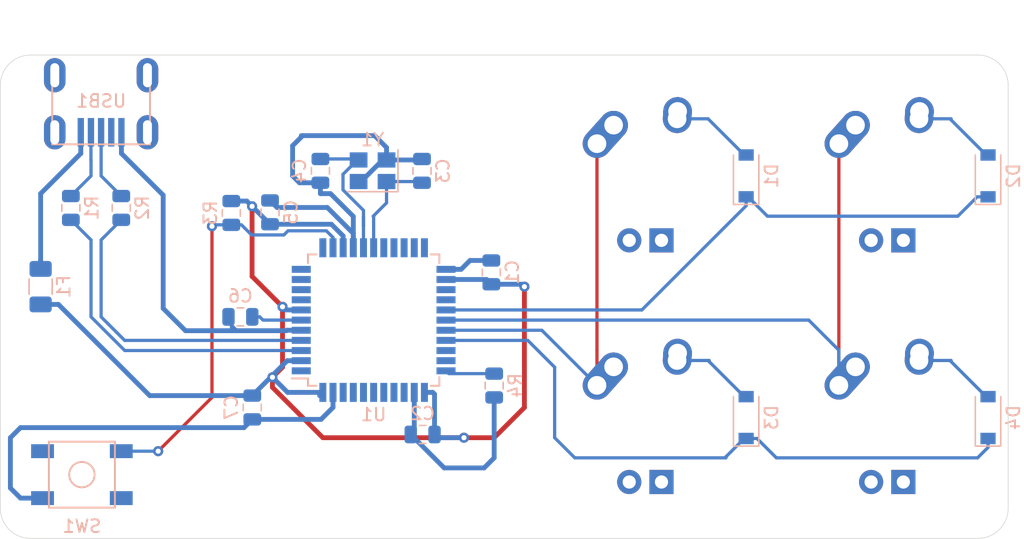
<source format=kicad_pcb>
(kicad_pcb (version 20171130) (host pcbnew "(5.1.4)-1")

  (general
    (thickness 1.6)
    (drawings 8)
    (tracks 191)
    (zones 0)
    (modules 24)
    (nets 45)
  )

  (page A4)
  (layers
    (0 F.Cu signal)
    (31 B.Cu signal)
    (32 B.Adhes user)
    (33 F.Adhes user)
    (34 B.Paste user)
    (35 F.Paste user)
    (36 B.SilkS user)
    (37 F.SilkS user)
    (38 B.Mask user)
    (39 F.Mask user)
    (40 Dwgs.User user)
    (41 Cmts.User user)
    (42 Eco1.User user)
    (43 Eco2.User user)
    (44 Edge.Cuts user)
    (45 Margin user)
    (46 B.CrtYd user)
    (47 F.CrtYd user)
    (48 B.Fab user)
    (49 F.Fab user)
  )

  (setup
    (last_trace_width 0.254)
    (trace_clearance 0.2)
    (zone_clearance 0.508)
    (zone_45_only no)
    (trace_min 0.2)
    (via_size 0.8)
    (via_drill 0.4)
    (via_min_size 0.4)
    (via_min_drill 0.3)
    (uvia_size 0.3)
    (uvia_drill 0.1)
    (uvias_allowed no)
    (uvia_min_size 0.2)
    (uvia_min_drill 0.1)
    (edge_width 0.05)
    (segment_width 0.2)
    (pcb_text_width 0.3)
    (pcb_text_size 1.5 1.5)
    (mod_edge_width 0.12)
    (mod_text_size 1 1)
    (mod_text_width 0.15)
    (pad_size 1.524 1.524)
    (pad_drill 0.762)
    (pad_to_mask_clearance 0.051)
    (solder_mask_min_width 0.25)
    (aux_axis_origin 0 0)
    (visible_elements 7FFFFFFF)
    (pcbplotparams
      (layerselection 0x010fc_ffffffff)
      (usegerberextensions false)
      (usegerberattributes false)
      (usegerberadvancedattributes false)
      (creategerberjobfile false)
      (excludeedgelayer true)
      (linewidth 0.100000)
      (plotframeref false)
      (viasonmask false)
      (mode 1)
      (useauxorigin false)
      (hpglpennumber 1)
      (hpglpenspeed 20)
      (hpglpendiameter 15.000000)
      (psnegative false)
      (psa4output false)
      (plotreference true)
      (plotvalue true)
      (plotinvisibletext false)
      (padsonsilk false)
      (subtractmaskfromsilk false)
      (outputformat 1)
      (mirror false)
      (drillshape 1)
      (scaleselection 1)
      (outputdirectory ""))
  )

  (net 0 "")
  (net 1 GND)
  (net 2 +5V)
  (net 3 "Net-(C3-Pad1)")
  (net 4 "Net-(C4-Pad1)")
  (net 5 "Net-(C6-Pad1)")
  (net 6 "Net-(D1-Pad2)")
  (net 7 COL0)
  (net 8 "Net-(D2-Pad2)")
  (net 9 ROW1)
  (net 10 "Net-(D3-Pad2)")
  (net 11 "Net-(D4-Pad2)")
  (net 12 VCC)
  (net 13 COL1)
  (net 14 D-)
  (net 15 "Net-(R1-Pad1)")
  (net 16 D+)
  (net 17 "Net-(R2-Pad1)")
  (net 18 "Net-(R3-Pad2)")
  (net 19 "Net-(R4-Pad2)")
  (net 20 "Net-(U1-Pad42)")
  (net 21 "Net-(U1-Pad41)")
  (net 22 "Net-(U1-Pad40)")
  (net 23 "Net-(U1-Pad39)")
  (net 24 "Net-(U1-Pad38)")
  (net 25 "Net-(U1-Pad37)")
  (net 26 "Net-(U1-Pad36)")
  (net 27 "Net-(U1-Pad32)")
  (net 28 "Net-(U1-Pad31)")
  (net 29 "Net-(U1-Pad26)")
  (net 30 "Net-(U1-Pad25)")
  (net 31 "Net-(U1-Pad22)")
  (net 32 "Net-(U1-Pad21)")
  (net 33 "Net-(U1-Pad20)")
  (net 34 "Net-(U1-Pad19)")
  (net 35 "Net-(U1-Pad18)")
  (net 36 "Net-(U1-Pad12)")
  (net 37 "Net-(U1-Pad11)")
  (net 38 "Net-(U1-Pad10)")
  (net 39 "Net-(U1-Pad9)")
  (net 40 "Net-(U1-Pad8)")
  (net 41 "Net-(U1-Pad1)")
  (net 42 "Net-(USB1-Pad6)")
  (net 43 "Net-(USB1-Pad2)")
  (net 44 ROW0)

  (net_class Default "This is the default net class."
    (clearance 0.2)
    (trace_width 0.254)
    (via_dia 0.8)
    (via_drill 0.4)
    (uvia_dia 0.3)
    (uvia_drill 0.1)
    (add_net COL0)
    (add_net COL1)
    (add_net D+)
    (add_net D-)
    (add_net "Net-(C3-Pad1)")
    (add_net "Net-(C4-Pad1)")
    (add_net "Net-(C6-Pad1)")
    (add_net "Net-(D1-Pad2)")
    (add_net "Net-(D2-Pad2)")
    (add_net "Net-(D3-Pad2)")
    (add_net "Net-(D4-Pad2)")
    (add_net "Net-(R1-Pad1)")
    (add_net "Net-(R2-Pad1)")
    (add_net "Net-(R3-Pad2)")
    (add_net "Net-(R4-Pad2)")
    (add_net "Net-(U1-Pad1)")
    (add_net "Net-(U1-Pad10)")
    (add_net "Net-(U1-Pad11)")
    (add_net "Net-(U1-Pad12)")
    (add_net "Net-(U1-Pad18)")
    (add_net "Net-(U1-Pad19)")
    (add_net "Net-(U1-Pad20)")
    (add_net "Net-(U1-Pad21)")
    (add_net "Net-(U1-Pad22)")
    (add_net "Net-(U1-Pad25)")
    (add_net "Net-(U1-Pad26)")
    (add_net "Net-(U1-Pad31)")
    (add_net "Net-(U1-Pad32)")
    (add_net "Net-(U1-Pad36)")
    (add_net "Net-(U1-Pad37)")
    (add_net "Net-(U1-Pad38)")
    (add_net "Net-(U1-Pad39)")
    (add_net "Net-(U1-Pad40)")
    (add_net "Net-(U1-Pad41)")
    (add_net "Net-(U1-Pad42)")
    (add_net "Net-(U1-Pad8)")
    (add_net "Net-(U1-Pad9)")
    (add_net "Net-(USB1-Pad2)")
    (add_net "Net-(USB1-Pad6)")
    (add_net ROW0)
    (add_net ROW1)
  )

  (net_class Power ""
    (clearance 0.2)
    (trace_width 0.381)
    (via_dia 0.8)
    (via_drill 0.4)
    (uvia_dia 0.3)
    (uvia_drill 0.1)
    (add_net +5V)
    (add_net GND)
    (add_net VCC)
  )

  (module Diode_SMD:D_SOD-123 (layer B.Cu) (tedit 58645DC7) (tstamp 607CDA2A)
    (at 177.8 127.79375 90)
    (descr SOD-123)
    (tags SOD-123)
    (path /6082D207)
    (attr smd)
    (fp_text reference D2 (at 0 2 270) (layer B.SilkS)
      (effects (font (size 1 1) (thickness 0.15)) (justify mirror))
    )
    (fp_text value D_Small (at 0 -2.1 270) (layer B.Fab)
      (effects (font (size 1 1) (thickness 0.15)) (justify mirror))
    )
    (fp_line (start -2.25 1) (end 1.65 1) (layer B.SilkS) (width 0.12))
    (fp_line (start -2.25 -1) (end 1.65 -1) (layer B.SilkS) (width 0.12))
    (fp_line (start -2.35 1.15) (end -2.35 -1.15) (layer B.CrtYd) (width 0.05))
    (fp_line (start 2.35 -1.15) (end -2.35 -1.15) (layer B.CrtYd) (width 0.05))
    (fp_line (start 2.35 1.15) (end 2.35 -1.15) (layer B.CrtYd) (width 0.05))
    (fp_line (start -2.35 1.15) (end 2.35 1.15) (layer B.CrtYd) (width 0.05))
    (fp_line (start -1.4 0.9) (end 1.4 0.9) (layer B.Fab) (width 0.1))
    (fp_line (start 1.4 0.9) (end 1.4 -0.9) (layer B.Fab) (width 0.1))
    (fp_line (start 1.4 -0.9) (end -1.4 -0.9) (layer B.Fab) (width 0.1))
    (fp_line (start -1.4 -0.9) (end -1.4 0.9) (layer B.Fab) (width 0.1))
    (fp_line (start -0.75 0) (end -0.35 0) (layer B.Fab) (width 0.1))
    (fp_line (start -0.35 0) (end -0.35 0.55) (layer B.Fab) (width 0.1))
    (fp_line (start -0.35 0) (end -0.35 -0.55) (layer B.Fab) (width 0.1))
    (fp_line (start -0.35 0) (end 0.25 0.4) (layer B.Fab) (width 0.1))
    (fp_line (start 0.25 0.4) (end 0.25 -0.4) (layer B.Fab) (width 0.1))
    (fp_line (start 0.25 -0.4) (end -0.35 0) (layer B.Fab) (width 0.1))
    (fp_line (start 0.25 0) (end 0.75 0) (layer B.Fab) (width 0.1))
    (fp_line (start -2.25 1) (end -2.25 -1) (layer B.SilkS) (width 0.12))
    (fp_text user %R (at 0 2 270) (layer B.Fab)
      (effects (font (size 1 1) (thickness 0.15)) (justify mirror))
    )
    (pad 2 smd rect (at 1.65 0 90) (size 0.9 1.2) (layers B.Cu B.Paste B.Mask)
      (net 8 "Net-(D2-Pad2)"))
    (pad 1 smd rect (at -1.65 0 90) (size 0.9 1.2) (layers B.Cu B.Paste B.Mask)
      (net 44 ROW0))
    (model ${KISYS3DMOD}/Diode_SMD.3dshapes/D_SOD-123.wrl
      (at (xyz 0 0 0))
      (scale (xyz 1 1 1))
      (rotate (xyz 0 0 0))
    )
  )

  (module Diode_SMD:D_SOD-123 (layer B.Cu) (tedit 58645DC7) (tstamp 607CDA11)
    (at 158.75 127.79375 90)
    (descr SOD-123)
    (tags SOD-123)
    (path /60826ABA)
    (attr smd)
    (fp_text reference D1 (at 0 2 90) (layer B.SilkS)
      (effects (font (size 1 1) (thickness 0.15)) (justify mirror))
    )
    (fp_text value D_Small (at 0 -2.1 90) (layer B.Fab)
      (effects (font (size 1 1) (thickness 0.15)) (justify mirror))
    )
    (fp_line (start -2.25 1) (end 1.65 1) (layer B.SilkS) (width 0.12))
    (fp_line (start -2.25 -1) (end 1.65 -1) (layer B.SilkS) (width 0.12))
    (fp_line (start -2.35 1.15) (end -2.35 -1.15) (layer B.CrtYd) (width 0.05))
    (fp_line (start 2.35 -1.15) (end -2.35 -1.15) (layer B.CrtYd) (width 0.05))
    (fp_line (start 2.35 1.15) (end 2.35 -1.15) (layer B.CrtYd) (width 0.05))
    (fp_line (start -2.35 1.15) (end 2.35 1.15) (layer B.CrtYd) (width 0.05))
    (fp_line (start -1.4 0.9) (end 1.4 0.9) (layer B.Fab) (width 0.1))
    (fp_line (start 1.4 0.9) (end 1.4 -0.9) (layer B.Fab) (width 0.1))
    (fp_line (start 1.4 -0.9) (end -1.4 -0.9) (layer B.Fab) (width 0.1))
    (fp_line (start -1.4 -0.9) (end -1.4 0.9) (layer B.Fab) (width 0.1))
    (fp_line (start -0.75 0) (end -0.35 0) (layer B.Fab) (width 0.1))
    (fp_line (start -0.35 0) (end -0.35 0.55) (layer B.Fab) (width 0.1))
    (fp_line (start -0.35 0) (end -0.35 -0.55) (layer B.Fab) (width 0.1))
    (fp_line (start -0.35 0) (end 0.25 0.4) (layer B.Fab) (width 0.1))
    (fp_line (start 0.25 0.4) (end 0.25 -0.4) (layer B.Fab) (width 0.1))
    (fp_line (start 0.25 -0.4) (end -0.35 0) (layer B.Fab) (width 0.1))
    (fp_line (start 0.25 0) (end 0.75 0) (layer B.Fab) (width 0.1))
    (fp_line (start -2.25 1) (end -2.25 -1) (layer B.SilkS) (width 0.12))
    (fp_text user %R (at 0 2 90) (layer B.Fab)
      (effects (font (size 1 1) (thickness 0.15)) (justify mirror))
    )
    (pad 2 smd rect (at 1.65 0 90) (size 0.9 1.2) (layers B.Cu B.Paste B.Mask)
      (net 6 "Net-(D1-Pad2)"))
    (pad 1 smd rect (at -1.65 0 90) (size 0.9 1.2) (layers B.Cu B.Paste B.Mask)
      (net 44 ROW0))
    (model ${KISYS3DMOD}/Diode_SMD.3dshapes/D_SOD-123.wrl
      (at (xyz 0 0 0))
      (scale (xyz 1 1 1))
      (rotate (xyz 0 0 0))
    )
  )

  (module Crystal:Crystal_SMD_3225-4Pin_3.2x2.5mm (layer B.Cu) (tedit 5A0FD1B2) (tstamp 607CF938)
    (at 129.329 127.38825 180)
    (descr "SMD Crystal SERIES SMD3225/4 http://www.txccrystal.com/images/pdf/7m-accuracy.pdf, 3.2x2.5mm^2 package")
    (tags "SMD SMT crystal")
    (path /607E4916)
    (attr smd)
    (fp_text reference Y1 (at 0 2.45) (layer B.SilkS)
      (effects (font (size 1 1) (thickness 0.15)) (justify mirror))
    )
    (fp_text value 16MHz (at 0 -2.45) (layer B.Fab)
      (effects (font (size 1 1) (thickness 0.15)) (justify mirror))
    )
    (fp_text user %R (at 0 0) (layer B.Fab)
      (effects (font (size 0.7 0.7) (thickness 0.105)) (justify mirror))
    )
    (fp_line (start -1.6 1.25) (end -1.6 -1.25) (layer B.Fab) (width 0.1))
    (fp_line (start -1.6 -1.25) (end 1.6 -1.25) (layer B.Fab) (width 0.1))
    (fp_line (start 1.6 -1.25) (end 1.6 1.25) (layer B.Fab) (width 0.1))
    (fp_line (start 1.6 1.25) (end -1.6 1.25) (layer B.Fab) (width 0.1))
    (fp_line (start -1.6 -0.25) (end -0.6 -1.25) (layer B.Fab) (width 0.1))
    (fp_line (start -2 1.65) (end -2 -1.65) (layer B.SilkS) (width 0.12))
    (fp_line (start -2 -1.65) (end 2 -1.65) (layer B.SilkS) (width 0.12))
    (fp_line (start -2.1 1.7) (end -2.1 -1.7) (layer B.CrtYd) (width 0.05))
    (fp_line (start -2.1 -1.7) (end 2.1 -1.7) (layer B.CrtYd) (width 0.05))
    (fp_line (start 2.1 -1.7) (end 2.1 1.7) (layer B.CrtYd) (width 0.05))
    (fp_line (start 2.1 1.7) (end -2.1 1.7) (layer B.CrtYd) (width 0.05))
    (pad 1 smd rect (at -1.1 -0.85 180) (size 1.4 1.2) (layers B.Cu B.Paste B.Mask)
      (net 3 "Net-(C3-Pad1)"))
    (pad 2 smd rect (at 1.1 -0.85 180) (size 1.4 1.2) (layers B.Cu B.Paste B.Mask)
      (net 1 GND))
    (pad 3 smd rect (at 1.1 0.85 180) (size 1.4 1.2) (layers B.Cu B.Paste B.Mask)
      (net 4 "Net-(C4-Pad1)"))
    (pad 4 smd rect (at -1.1 0.85 180) (size 1.4 1.2) (layers B.Cu B.Paste B.Mask)
      (net 1 GND))
    (model ${KISYS3DMOD}/Crystal.3dshapes/Crystal_SMD_3225-4Pin_3.2x2.5mm.wrl
      (at (xyz 0 0 0))
      (scale (xyz 1 1 1))
      (rotate (xyz 0 0 0))
    )
  )

  (module random-keyboard-parts:Molex-0548190589 (layer B.Cu) (tedit 5C494815) (tstamp 607CEC7A)
    (at 107.95 119.85625 270)
    (path /607F7B3F)
    (attr smd)
    (fp_text reference USB1 (at 2.032 0) (layer B.SilkS)
      (effects (font (size 1 1) (thickness 0.15)) (justify mirror))
    )
    (fp_text value Molex-0548190589 (at -5.08 0) (layer Dwgs.User)
      (effects (font (size 1 1) (thickness 0.15)))
    )
    (fp_text user %R (at 2 0) (layer B.CrtYd)
      (effects (font (size 1 1) (thickness 0.15)) (justify mirror))
    )
    (fp_line (start 3.25 1.25) (end 5.5 1.25) (layer B.CrtYd) (width 0.15))
    (fp_line (start 5.5 0.5) (end 3.25 0.5) (layer B.CrtYd) (width 0.15))
    (fp_line (start 3.25 -0.5) (end 5.5 -0.5) (layer B.CrtYd) (width 0.15))
    (fp_line (start 5.5 -1.25) (end 3.25 -1.25) (layer B.CrtYd) (width 0.15))
    (fp_line (start 3.25 -2) (end 5.5 -2) (layer B.CrtYd) (width 0.15))
    (fp_line (start 3.25 2) (end 3.25 -2) (layer B.CrtYd) (width 0.15))
    (fp_line (start 5.5 2) (end 3.25 2) (layer B.CrtYd) (width 0.15))
    (fp_line (start -3.75 -3.75) (end -3.75 3.75) (layer B.CrtYd) (width 0.15))
    (fp_line (start 5.5 -3.75) (end -3.75 -3.75) (layer B.CrtYd) (width 0.15))
    (fp_line (start 5.5 3.75) (end 5.5 -3.75) (layer B.CrtYd) (width 0.15))
    (fp_line (start -3.75 3.75) (end 5.5 3.75) (layer B.CrtYd) (width 0.15))
    (fp_line (start 0 3.85) (end 5.45 3.85) (layer B.SilkS) (width 0.15))
    (fp_line (start 0 -3.85) (end 5.45 -3.85) (layer B.SilkS) (width 0.15))
    (fp_line (start 5.45 3.85) (end 5.45 -3.85) (layer B.SilkS) (width 0.15))
    (fp_line (start -3.75 3.85) (end 0 3.85) (layer Dwgs.User) (width 0.15))
    (fp_line (start -3.75 -3.85) (end 0 -3.85) (layer Dwgs.User) (width 0.15))
    (fp_line (start -1.75 4.572) (end -1.75 -4.572) (layer Dwgs.User) (width 0.15))
    (fp_line (start -3.75 3.85) (end -3.75 -3.85) (layer Dwgs.User) (width 0.15))
    (pad 6 thru_hole oval (at 0 3.65 270) (size 2.7 1.7) (drill oval 1.9 0.7) (layers *.Cu *.Mask)
      (net 42 "Net-(USB1-Pad6)"))
    (pad 6 thru_hole oval (at 0 -3.65 270) (size 2.7 1.7) (drill oval 1.9 0.7) (layers *.Cu *.Mask)
      (net 42 "Net-(USB1-Pad6)"))
    (pad 6 thru_hole oval (at 4.5 -3.65 270) (size 2.7 1.7) (drill oval 1.9 0.7) (layers *.Cu *.Mask)
      (net 42 "Net-(USB1-Pad6)"))
    (pad 6 thru_hole oval (at 4.5 3.65 270) (size 2.7 1.7) (drill oval 1.9 0.7) (layers *.Cu *.Mask)
      (net 42 "Net-(USB1-Pad6)"))
    (pad 5 smd rect (at 4.5 1.6 270) (size 2.25 0.5) (layers B.Cu B.Paste B.Mask)
      (net 12 VCC))
    (pad 4 smd rect (at 4.5 0.8 270) (size 2.25 0.5) (layers B.Cu B.Paste B.Mask)
      (net 14 D-))
    (pad 3 smd rect (at 4.5 0 270) (size 2.25 0.5) (layers B.Cu B.Paste B.Mask)
      (net 16 D+))
    (pad 2 smd rect (at 4.5 -0.8 270) (size 2.25 0.5) (layers B.Cu B.Paste B.Mask)
      (net 43 "Net-(USB1-Pad2)"))
    (pad 1 smd rect (at 4.5 -1.6 270) (size 2.25 0.5) (layers B.Cu B.Paste B.Mask)
      (net 1 GND))
  )

  (module Package_QFP:TQFP-44_10x10mm_P0.8mm (layer B.Cu) (tedit 5A02F146) (tstamp 607CF63F)
    (at 129.413 139.16025)
    (descr "44-Lead Plastic Thin Quad Flatpack (PT) - 10x10x1.0 mm Body [TQFP] (see Microchip Packaging Specification 00000049BS.pdf)")
    (tags "QFP 0.8")
    (path /607C8AD4)
    (attr smd)
    (fp_text reference U1 (at 0 7.45) (layer B.SilkS)
      (effects (font (size 1 1) (thickness 0.15)) (justify mirror))
    )
    (fp_text value ATmega32U4-AU (at 0 -7.45) (layer B.Fab)
      (effects (font (size 1 1) (thickness 0.15)) (justify mirror))
    )
    (fp_text user %R (at 0 0) (layer B.Fab)
      (effects (font (size 1 1) (thickness 0.15)) (justify mirror))
    )
    (fp_line (start -4 5) (end 5 5) (layer B.Fab) (width 0.15))
    (fp_line (start 5 5) (end 5 -5) (layer B.Fab) (width 0.15))
    (fp_line (start 5 -5) (end -5 -5) (layer B.Fab) (width 0.15))
    (fp_line (start -5 -5) (end -5 4) (layer B.Fab) (width 0.15))
    (fp_line (start -5 4) (end -4 5) (layer B.Fab) (width 0.15))
    (fp_line (start -6.7 6.7) (end -6.7 -6.7) (layer B.CrtYd) (width 0.05))
    (fp_line (start 6.7 6.7) (end 6.7 -6.7) (layer B.CrtYd) (width 0.05))
    (fp_line (start -6.7 6.7) (end 6.7 6.7) (layer B.CrtYd) (width 0.05))
    (fp_line (start -6.7 -6.7) (end 6.7 -6.7) (layer B.CrtYd) (width 0.05))
    (fp_line (start -5.175 5.175) (end -5.175 4.6) (layer B.SilkS) (width 0.15))
    (fp_line (start 5.175 5.175) (end 5.175 4.5) (layer B.SilkS) (width 0.15))
    (fp_line (start 5.175 -5.175) (end 5.175 -4.5) (layer B.SilkS) (width 0.15))
    (fp_line (start -5.175 -5.175) (end -5.175 -4.5) (layer B.SilkS) (width 0.15))
    (fp_line (start -5.175 5.175) (end -4.5 5.175) (layer B.SilkS) (width 0.15))
    (fp_line (start -5.175 -5.175) (end -4.5 -5.175) (layer B.SilkS) (width 0.15))
    (fp_line (start 5.175 -5.175) (end 4.5 -5.175) (layer B.SilkS) (width 0.15))
    (fp_line (start 5.175 5.175) (end 4.5 5.175) (layer B.SilkS) (width 0.15))
    (fp_line (start -5.175 4.6) (end -6.45 4.6) (layer B.SilkS) (width 0.15))
    (pad 1 smd rect (at -5.7 4) (size 1.5 0.55) (layers B.Cu B.Paste B.Mask)
      (net 41 "Net-(U1-Pad1)"))
    (pad 2 smd rect (at -5.7 3.2) (size 1.5 0.55) (layers B.Cu B.Paste B.Mask)
      (net 2 +5V))
    (pad 3 smd rect (at -5.7 2.4) (size 1.5 0.55) (layers B.Cu B.Paste B.Mask)
      (net 15 "Net-(R1-Pad1)"))
    (pad 4 smd rect (at -5.7 1.6) (size 1.5 0.55) (layers B.Cu B.Paste B.Mask)
      (net 17 "Net-(R2-Pad1)"))
    (pad 5 smd rect (at -5.7 0.8) (size 1.5 0.55) (layers B.Cu B.Paste B.Mask)
      (net 1 GND))
    (pad 6 smd rect (at -5.7 0) (size 1.5 0.55) (layers B.Cu B.Paste B.Mask)
      (net 5 "Net-(C6-Pad1)"))
    (pad 7 smd rect (at -5.7 -0.8) (size 1.5 0.55) (layers B.Cu B.Paste B.Mask)
      (net 2 +5V))
    (pad 8 smd rect (at -5.7 -1.6) (size 1.5 0.55) (layers B.Cu B.Paste B.Mask)
      (net 40 "Net-(U1-Pad8)"))
    (pad 9 smd rect (at -5.7 -2.4) (size 1.5 0.55) (layers B.Cu B.Paste B.Mask)
      (net 39 "Net-(U1-Pad9)"))
    (pad 10 smd rect (at -5.7 -3.2) (size 1.5 0.55) (layers B.Cu B.Paste B.Mask)
      (net 38 "Net-(U1-Pad10)"))
    (pad 11 smd rect (at -5.7 -4) (size 1.5 0.55) (layers B.Cu B.Paste B.Mask)
      (net 37 "Net-(U1-Pad11)"))
    (pad 12 smd rect (at -4 -5.7 270) (size 1.5 0.55) (layers B.Cu B.Paste B.Mask)
      (net 36 "Net-(U1-Pad12)"))
    (pad 13 smd rect (at -3.2 -5.7 270) (size 1.5 0.55) (layers B.Cu B.Paste B.Mask)
      (net 18 "Net-(R3-Pad2)"))
    (pad 14 smd rect (at -2.4 -5.7 270) (size 1.5 0.55) (layers B.Cu B.Paste B.Mask)
      (net 2 +5V))
    (pad 15 smd rect (at -1.6 -5.7 270) (size 1.5 0.55) (layers B.Cu B.Paste B.Mask)
      (net 1 GND))
    (pad 16 smd rect (at -0.8 -5.7 270) (size 1.5 0.55) (layers B.Cu B.Paste B.Mask)
      (net 4 "Net-(C4-Pad1)"))
    (pad 17 smd rect (at 0 -5.7 270) (size 1.5 0.55) (layers B.Cu B.Paste B.Mask)
      (net 3 "Net-(C3-Pad1)"))
    (pad 18 smd rect (at 0.8 -5.7 270) (size 1.5 0.55) (layers B.Cu B.Paste B.Mask)
      (net 35 "Net-(U1-Pad18)"))
    (pad 19 smd rect (at 1.6 -5.7 270) (size 1.5 0.55) (layers B.Cu B.Paste B.Mask)
      (net 34 "Net-(U1-Pad19)"))
    (pad 20 smd rect (at 2.4 -5.7 270) (size 1.5 0.55) (layers B.Cu B.Paste B.Mask)
      (net 33 "Net-(U1-Pad20)"))
    (pad 21 smd rect (at 3.2 -5.7 270) (size 1.5 0.55) (layers B.Cu B.Paste B.Mask)
      (net 32 "Net-(U1-Pad21)"))
    (pad 22 smd rect (at 4 -5.7 270) (size 1.5 0.55) (layers B.Cu B.Paste B.Mask)
      (net 31 "Net-(U1-Pad22)"))
    (pad 23 smd rect (at 5.7 -4) (size 1.5 0.55) (layers B.Cu B.Paste B.Mask)
      (net 1 GND))
    (pad 24 smd rect (at 5.7 -3.2) (size 1.5 0.55) (layers B.Cu B.Paste B.Mask)
      (net 2 +5V))
    (pad 25 smd rect (at 5.7 -2.4) (size 1.5 0.55) (layers B.Cu B.Paste B.Mask)
      (net 30 "Net-(U1-Pad25)"))
    (pad 26 smd rect (at 5.7 -1.6) (size 1.5 0.55) (layers B.Cu B.Paste B.Mask)
      (net 29 "Net-(U1-Pad26)"))
    (pad 27 smd rect (at 5.7 -0.8) (size 1.5 0.55) (layers B.Cu B.Paste B.Mask)
      (net 44 ROW0))
    (pad 28 smd rect (at 5.7 0) (size 1.5 0.55) (layers B.Cu B.Paste B.Mask)
      (net 13 COL1))
    (pad 29 smd rect (at 5.7 0.8) (size 1.5 0.55) (layers B.Cu B.Paste B.Mask)
      (net 7 COL0))
    (pad 30 smd rect (at 5.7 1.6) (size 1.5 0.55) (layers B.Cu B.Paste B.Mask)
      (net 9 ROW1))
    (pad 31 smd rect (at 5.7 2.4) (size 1.5 0.55) (layers B.Cu B.Paste B.Mask)
      (net 28 "Net-(U1-Pad31)"))
    (pad 32 smd rect (at 5.7 3.2) (size 1.5 0.55) (layers B.Cu B.Paste B.Mask)
      (net 27 "Net-(U1-Pad32)"))
    (pad 33 smd rect (at 5.7 4) (size 1.5 0.55) (layers B.Cu B.Paste B.Mask)
      (net 19 "Net-(R4-Pad2)"))
    (pad 34 smd rect (at 4 5.7 270) (size 1.5 0.55) (layers B.Cu B.Paste B.Mask)
      (net 2 +5V))
    (pad 35 smd rect (at 3.2 5.7 270) (size 1.5 0.55) (layers B.Cu B.Paste B.Mask)
      (net 1 GND))
    (pad 36 smd rect (at 2.4 5.7 270) (size 1.5 0.55) (layers B.Cu B.Paste B.Mask)
      (net 26 "Net-(U1-Pad36)"))
    (pad 37 smd rect (at 1.6 5.7 270) (size 1.5 0.55) (layers B.Cu B.Paste B.Mask)
      (net 25 "Net-(U1-Pad37)"))
    (pad 38 smd rect (at 0.8 5.7 270) (size 1.5 0.55) (layers B.Cu B.Paste B.Mask)
      (net 24 "Net-(U1-Pad38)"))
    (pad 39 smd rect (at 0 5.7 270) (size 1.5 0.55) (layers B.Cu B.Paste B.Mask)
      (net 23 "Net-(U1-Pad39)"))
    (pad 40 smd rect (at -0.8 5.7 270) (size 1.5 0.55) (layers B.Cu B.Paste B.Mask)
      (net 22 "Net-(U1-Pad40)"))
    (pad 41 smd rect (at -1.6 5.7 270) (size 1.5 0.55) (layers B.Cu B.Paste B.Mask)
      (net 21 "Net-(U1-Pad41)"))
    (pad 42 smd rect (at -2.4 5.7 270) (size 1.5 0.55) (layers B.Cu B.Paste B.Mask)
      (net 20 "Net-(U1-Pad42)"))
    (pad 43 smd rect (at -3.2 5.7 270) (size 1.5 0.55) (layers B.Cu B.Paste B.Mask)
      (net 1 GND))
    (pad 44 smd rect (at -4 5.7 270) (size 1.5 0.55) (layers B.Cu B.Paste B.Mask)
      (net 2 +5V))
    (model ${KISYS3DMOD}/Package_QFP.3dshapes/TQFP-44_10x10mm_P0.8mm.wrl
      (at (xyz 0 0 0))
      (scale (xyz 1 1 1))
      (rotate (xyz 0 0 0))
    )
  )

  (module random-keyboard-parts:SKQG-1155865 (layer B.Cu) (tedit 5E62B398) (tstamp 607CEC17)
    (at 106.4375 151.34375 180)
    (path /607ED95D)
    (attr smd)
    (fp_text reference SW1 (at 0 -4.064) (layer B.SilkS)
      (effects (font (size 1 1) (thickness 0.15)) (justify mirror))
    )
    (fp_text value SW_Push (at 0 4.064) (layer B.Fab)
      (effects (font (size 1 1) (thickness 0.15)) (justify mirror))
    )
    (fp_line (start -2.6 2.6) (end 2.6 2.6) (layer B.SilkS) (width 0.15))
    (fp_line (start 2.6 2.6) (end 2.6 -2.6) (layer B.SilkS) (width 0.15))
    (fp_line (start 2.6 -2.6) (end -2.6 -2.6) (layer B.SilkS) (width 0.15))
    (fp_line (start -2.6 -2.6) (end -2.6 2.6) (layer B.SilkS) (width 0.15))
    (fp_circle (center 0 0) (end 1 0) (layer B.SilkS) (width 0.15))
    (fp_line (start -4.2 2.6) (end 4.2 2.6) (layer B.Fab) (width 0.15))
    (fp_line (start 4.2 2.6) (end 4.2 1.2) (layer B.Fab) (width 0.15))
    (fp_line (start 4.2 1.1) (end 2.6 1.1) (layer B.Fab) (width 0.15))
    (fp_line (start 2.6 1.1) (end 2.6 -1.1) (layer B.Fab) (width 0.15))
    (fp_line (start 2.6 -1.1) (end 4.2 -1.1) (layer B.Fab) (width 0.15))
    (fp_line (start 4.2 -1.1) (end 4.2 -2.6) (layer B.Fab) (width 0.15))
    (fp_line (start 4.2 -2.6) (end -4.2 -2.6) (layer B.Fab) (width 0.15))
    (fp_line (start -4.2 -2.6) (end -4.2 -1.1) (layer B.Fab) (width 0.15))
    (fp_line (start -4.2 -1.1) (end -2.6 -1.1) (layer B.Fab) (width 0.15))
    (fp_line (start -2.6 -1.1) (end -2.6 1.1) (layer B.Fab) (width 0.15))
    (fp_line (start -2.6 1.1) (end -4.2 1.1) (layer B.Fab) (width 0.15))
    (fp_line (start -4.2 1.1) (end -4.2 2.6) (layer B.Fab) (width 0.15))
    (fp_circle (center 0 0) (end 1 0) (layer B.Fab) (width 0.15))
    (fp_line (start -2.6 1.1) (end -1.1 2.6) (layer B.Fab) (width 0.15))
    (fp_line (start 2.6 1.1) (end 1.1 2.6) (layer B.Fab) (width 0.15))
    (fp_line (start 2.6 -1.1) (end 1.1 -2.6) (layer B.Fab) (width 0.15))
    (fp_line (start -2.6 -1.1) (end -1.1 -2.6) (layer B.Fab) (width 0.15))
    (pad 4 smd rect (at -3.1 -1.85 180) (size 1.8 1.1) (layers B.Cu B.Paste B.Mask))
    (pad 3 smd rect (at 3.1 1.85 180) (size 1.8 1.1) (layers B.Cu B.Paste B.Mask))
    (pad 2 smd rect (at -3.1 1.85 180) (size 1.8 1.1) (layers B.Cu B.Paste B.Mask)
      (net 18 "Net-(R3-Pad2)"))
    (pad 1 smd rect (at 3.1 -1.85 180) (size 1.8 1.1) (layers B.Cu B.Paste B.Mask)
      (net 1 GND))
    (model ${KISYS3DMOD}/Button_Switch_SMD.3dshapes/SW_SPST_TL3342.step
      (at (xyz 0 0 0))
      (scale (xyz 1 1 1))
      (rotate (xyz 0 0 0))
    )
  )

  (module Resistor_SMD:R_0805_2012Metric (layer B.Cu) (tedit 5B36C52B) (tstamp 607D00FF)
    (at 138.90625 144.31875 90)
    (descr "Resistor SMD 0805 (2012 Metric), square (rectangular) end terminal, IPC_7351 nominal, (Body size source: https://docs.google.com/spreadsheets/d/1BsfQQcO9C6DZCsRaXUlFlo91Tg2WpOkGARC1WS5S8t0/edit?usp=sharing), generated with kicad-footprint-generator")
    (tags resistor)
    (path /607CD32B)
    (attr smd)
    (fp_text reference R4 (at 0 1.65 90) (layer B.SilkS)
      (effects (font (size 1 1) (thickness 0.15)) (justify mirror))
    )
    (fp_text value 10K (at 0 -1.65 90) (layer B.Fab)
      (effects (font (size 1 1) (thickness 0.15)) (justify mirror))
    )
    (fp_text user %R (at 0 0 90) (layer B.Fab)
      (effects (font (size 0.5 0.5) (thickness 0.08)) (justify mirror))
    )
    (fp_line (start 1.68 -0.95) (end -1.68 -0.95) (layer B.CrtYd) (width 0.05))
    (fp_line (start 1.68 0.95) (end 1.68 -0.95) (layer B.CrtYd) (width 0.05))
    (fp_line (start -1.68 0.95) (end 1.68 0.95) (layer B.CrtYd) (width 0.05))
    (fp_line (start -1.68 -0.95) (end -1.68 0.95) (layer B.CrtYd) (width 0.05))
    (fp_line (start -0.258578 -0.71) (end 0.258578 -0.71) (layer B.SilkS) (width 0.12))
    (fp_line (start -0.258578 0.71) (end 0.258578 0.71) (layer B.SilkS) (width 0.12))
    (fp_line (start 1 -0.6) (end -1 -0.6) (layer B.Fab) (width 0.1))
    (fp_line (start 1 0.6) (end 1 -0.6) (layer B.Fab) (width 0.1))
    (fp_line (start -1 0.6) (end 1 0.6) (layer B.Fab) (width 0.1))
    (fp_line (start -1 -0.6) (end -1 0.6) (layer B.Fab) (width 0.1))
    (pad 2 smd roundrect (at 0.9375 0 90) (size 0.975 1.4) (layers B.Cu B.Paste B.Mask) (roundrect_rratio 0.25)
      (net 19 "Net-(R4-Pad2)"))
    (pad 1 smd roundrect (at -0.9375 0 90) (size 0.975 1.4) (layers B.Cu B.Paste B.Mask) (roundrect_rratio 0.25)
      (net 1 GND))
    (model ${KISYS3DMOD}/Resistor_SMD.3dshapes/R_0805_2012Metric.wrl
      (at (xyz 0 0 0))
      (scale (xyz 1 1 1))
      (rotate (xyz 0 0 0))
    )
  )

  (module Resistor_SMD:R_0805_2012Metric (layer B.Cu) (tedit 5B36C52B) (tstamp 607CAD49)
    (at 118.20525 130.71475 270)
    (descr "Resistor SMD 0805 (2012 Metric), square (rectangular) end terminal, IPC_7351 nominal, (Body size source: https://docs.google.com/spreadsheets/d/1BsfQQcO9C6DZCsRaXUlFlo91Tg2WpOkGARC1WS5S8t0/edit?usp=sharing), generated with kicad-footprint-generator")
    (tags resistor)
    (path /607EFD4F)
    (attr smd)
    (fp_text reference R3 (at 0 1.65 270) (layer B.SilkS)
      (effects (font (size 1 1) (thickness 0.15)) (justify mirror))
    )
    (fp_text value 10K (at 0 -1.65 270) (layer B.Fab)
      (effects (font (size 1 1) (thickness 0.15)) (justify mirror))
    )
    (fp_line (start -1 -0.6) (end -1 0.6) (layer B.Fab) (width 0.1))
    (fp_line (start -1 0.6) (end 1 0.6) (layer B.Fab) (width 0.1))
    (fp_line (start 1 0.6) (end 1 -0.6) (layer B.Fab) (width 0.1))
    (fp_line (start 1 -0.6) (end -1 -0.6) (layer B.Fab) (width 0.1))
    (fp_line (start -0.258578 0.71) (end 0.258578 0.71) (layer B.SilkS) (width 0.12))
    (fp_line (start -0.258578 -0.71) (end 0.258578 -0.71) (layer B.SilkS) (width 0.12))
    (fp_line (start -1.68 -0.95) (end -1.68 0.95) (layer B.CrtYd) (width 0.05))
    (fp_line (start -1.68 0.95) (end 1.68 0.95) (layer B.CrtYd) (width 0.05))
    (fp_line (start 1.68 0.95) (end 1.68 -0.95) (layer B.CrtYd) (width 0.05))
    (fp_line (start 1.68 -0.95) (end -1.68 -0.95) (layer B.CrtYd) (width 0.05))
    (fp_text user %R (at 0 0 270) (layer B.Fab)
      (effects (font (size 0.5 0.5) (thickness 0.08)) (justify mirror))
    )
    (pad 1 smd roundrect (at -0.9375 0 270) (size 0.975 1.4) (layers B.Cu B.Paste B.Mask) (roundrect_rratio 0.25)
      (net 2 +5V))
    (pad 2 smd roundrect (at 0.9375 0 270) (size 0.975 1.4) (layers B.Cu B.Paste B.Mask) (roundrect_rratio 0.25)
      (net 18 "Net-(R3-Pad2)"))
    (model ${KISYS3DMOD}/Resistor_SMD.3dshapes/R_0805_2012Metric.wrl
      (at (xyz 0 0 0))
      (scale (xyz 1 1 1))
      (rotate (xyz 0 0 0))
    )
  )

  (module Resistor_SMD:R_0805_2012Metric (layer B.Cu) (tedit 5B36C52B) (tstamp 607CEBD7)
    (at 109.5375 130.31875 90)
    (descr "Resistor SMD 0805 (2012 Metric), square (rectangular) end terminal, IPC_7351 nominal, (Body size source: https://docs.google.com/spreadsheets/d/1BsfQQcO9C6DZCsRaXUlFlo91Tg2WpOkGARC1WS5S8t0/edit?usp=sharing), generated with kicad-footprint-generator")
    (tags resistor)
    (path /607D091B)
    (attr smd)
    (fp_text reference R2 (at 0 1.65 90) (layer B.SilkS)
      (effects (font (size 1 1) (thickness 0.15)) (justify mirror))
    )
    (fp_text value 22 (at 0 -1.65 90) (layer B.Fab)
      (effects (font (size 1 1) (thickness 0.15)) (justify mirror))
    )
    (fp_text user %R (at 0 0 90) (layer B.Fab)
      (effects (font (size 0.5 0.5) (thickness 0.08)) (justify mirror))
    )
    (fp_line (start 1.68 -0.95) (end -1.68 -0.95) (layer B.CrtYd) (width 0.05))
    (fp_line (start 1.68 0.95) (end 1.68 -0.95) (layer B.CrtYd) (width 0.05))
    (fp_line (start -1.68 0.95) (end 1.68 0.95) (layer B.CrtYd) (width 0.05))
    (fp_line (start -1.68 -0.95) (end -1.68 0.95) (layer B.CrtYd) (width 0.05))
    (fp_line (start -0.258578 -0.71) (end 0.258578 -0.71) (layer B.SilkS) (width 0.12))
    (fp_line (start -0.258578 0.71) (end 0.258578 0.71) (layer B.SilkS) (width 0.12))
    (fp_line (start 1 -0.6) (end -1 -0.6) (layer B.Fab) (width 0.1))
    (fp_line (start 1 0.6) (end 1 -0.6) (layer B.Fab) (width 0.1))
    (fp_line (start -1 0.6) (end 1 0.6) (layer B.Fab) (width 0.1))
    (fp_line (start -1 -0.6) (end -1 0.6) (layer B.Fab) (width 0.1))
    (pad 2 smd roundrect (at 0.9375 0 90) (size 0.975 1.4) (layers B.Cu B.Paste B.Mask) (roundrect_rratio 0.25)
      (net 16 D+))
    (pad 1 smd roundrect (at -0.9375 0 90) (size 0.975 1.4) (layers B.Cu B.Paste B.Mask) (roundrect_rratio 0.25)
      (net 17 "Net-(R2-Pad1)"))
    (model ${KISYS3DMOD}/Resistor_SMD.3dshapes/R_0805_2012Metric.wrl
      (at (xyz 0 0 0))
      (scale (xyz 1 1 1))
      (rotate (xyz 0 0 0))
    )
  )

  (module Resistor_SMD:R_0805_2012Metric (layer B.Cu) (tedit 5B36C52B) (tstamp 607CEBC6)
    (at 105.56875 130.31875 90)
    (descr "Resistor SMD 0805 (2012 Metric), square (rectangular) end terminal, IPC_7351 nominal, (Body size source: https://docs.google.com/spreadsheets/d/1BsfQQcO9C6DZCsRaXUlFlo91Tg2WpOkGARC1WS5S8t0/edit?usp=sharing), generated with kicad-footprint-generator")
    (tags resistor)
    (path /607D1573)
    (attr smd)
    (fp_text reference R1 (at 0 1.65 270) (layer B.SilkS)
      (effects (font (size 1 1) (thickness 0.15)) (justify mirror))
    )
    (fp_text value 22 (at 0 -1.65 270) (layer B.Fab)
      (effects (font (size 1 1) (thickness 0.15)) (justify mirror))
    )
    (fp_text user %R (at 0 0 270) (layer B.Fab)
      (effects (font (size 0.5 0.5) (thickness 0.08)) (justify mirror))
    )
    (fp_line (start 1.68 -0.95) (end -1.68 -0.95) (layer B.CrtYd) (width 0.05))
    (fp_line (start 1.68 0.95) (end 1.68 -0.95) (layer B.CrtYd) (width 0.05))
    (fp_line (start -1.68 0.95) (end 1.68 0.95) (layer B.CrtYd) (width 0.05))
    (fp_line (start -1.68 -0.95) (end -1.68 0.95) (layer B.CrtYd) (width 0.05))
    (fp_line (start -0.258578 -0.71) (end 0.258578 -0.71) (layer B.SilkS) (width 0.12))
    (fp_line (start -0.258578 0.71) (end 0.258578 0.71) (layer B.SilkS) (width 0.12))
    (fp_line (start 1 -0.6) (end -1 -0.6) (layer B.Fab) (width 0.1))
    (fp_line (start 1 0.6) (end 1 -0.6) (layer B.Fab) (width 0.1))
    (fp_line (start -1 0.6) (end 1 0.6) (layer B.Fab) (width 0.1))
    (fp_line (start -1 -0.6) (end -1 0.6) (layer B.Fab) (width 0.1))
    (pad 2 smd roundrect (at 0.9375 0 90) (size 0.975 1.4) (layers B.Cu B.Paste B.Mask) (roundrect_rratio 0.25)
      (net 14 D-))
    (pad 1 smd roundrect (at -0.9375 0 90) (size 0.975 1.4) (layers B.Cu B.Paste B.Mask) (roundrect_rratio 0.25)
      (net 15 "Net-(R1-Pad1)"))
    (model ${KISYS3DMOD}/Resistor_SMD.3dshapes/R_0805_2012Metric.wrl
      (at (xyz 0 0 0))
      (scale (xyz 1 1 1))
      (rotate (xyz 0 0 0))
    )
  )

  (module MX_Alps_Hybrid:MX-1U (layer F.Cu) (tedit 5A9F3A9A) (tstamp 607CEBB5)
    (at 169.8625 146.84375)
    (path /6082F2E0)
    (fp_text reference MX4 (at 0 3.175) (layer Dwgs.User)
      (effects (font (size 1 1) (thickness 0.15)))
    )
    (fp_text value MX-NoLED (at 0 -7.9375) (layer Dwgs.User)
      (effects (font (size 1 1) (thickness 0.15)))
    )
    (fp_line (start -9.525 9.525) (end -9.525 -9.525) (layer Dwgs.User) (width 0.15))
    (fp_line (start 9.525 9.525) (end -9.525 9.525) (layer Dwgs.User) (width 0.15))
    (fp_line (start 9.525 -9.525) (end 9.525 9.525) (layer Dwgs.User) (width 0.15))
    (fp_line (start -9.525 -9.525) (end 9.525 -9.525) (layer Dwgs.User) (width 0.15))
    (fp_line (start -7 -7) (end -7 -5) (layer Dwgs.User) (width 0.15))
    (fp_line (start -5 -7) (end -7 -7) (layer Dwgs.User) (width 0.15))
    (fp_line (start -7 7) (end -5 7) (layer Dwgs.User) (width 0.15))
    (fp_line (start -7 5) (end -7 7) (layer Dwgs.User) (width 0.15))
    (fp_line (start 7 7) (end 7 5) (layer Dwgs.User) (width 0.15))
    (fp_line (start 5 7) (end 7 7) (layer Dwgs.User) (width 0.15))
    (fp_line (start 7 -7) (end 7 -5) (layer Dwgs.User) (width 0.15))
    (fp_line (start 5 -7) (end 7 -7) (layer Dwgs.User) (width 0.15))
    (pad "" np_thru_hole circle (at 5.08 0 48.0996) (size 1.75 1.75) (drill 1.75) (layers *.Cu *.Mask))
    (pad "" np_thru_hole circle (at -5.08 0 48.0996) (size 1.75 1.75) (drill 1.75) (layers *.Cu *.Mask))
    (pad 4 thru_hole rect (at 1.27 5.08) (size 1.905 1.905) (drill 1.04) (layers *.Cu B.Mask))
    (pad 3 thru_hole circle (at -1.27 5.08) (size 1.905 1.905) (drill 1.04) (layers *.Cu B.Mask))
    (pad 1 thru_hole circle (at -2.5 -4) (size 2.25 2.25) (drill 1.47) (layers *.Cu B.Mask)
      (net 13 COL1))
    (pad "" np_thru_hole circle (at 0 0) (size 3.9878 3.9878) (drill 3.9878) (layers *.Cu *.Mask))
    (pad 1 thru_hole oval (at -3.81 -2.54 48.0996) (size 4.211556 2.25) (drill 1.47 (offset 0.980778 0)) (layers *.Cu B.Mask)
      (net 13 COL1))
    (pad 2 thru_hole circle (at 2.54 -5.08) (size 2.25 2.25) (drill 1.47) (layers *.Cu B.Mask)
      (net 11 "Net-(D4-Pad2)"))
    (pad 2 thru_hole oval (at 2.5 -4.5 86.0548) (size 2.831378 2.25) (drill 1.47 (offset 0.290689 0)) (layers *.Cu B.Mask)
      (net 11 "Net-(D4-Pad2)"))
  )

  (module MX_Alps_Hybrid:MX-1U (layer F.Cu) (tedit 5A9F3A9A) (tstamp 607CEB9C)
    (at 169.8625 127.79375)
    (path /6082D1FF)
    (fp_text reference MX2 (at 0 3.175) (layer Dwgs.User)
      (effects (font (size 1 1) (thickness 0.15)))
    )
    (fp_text value MX-NoLED (at 0 -7.9375) (layer Dwgs.User)
      (effects (font (size 1 1) (thickness 0.15)))
    )
    (fp_line (start -9.525 9.525) (end -9.525 -9.525) (layer Dwgs.User) (width 0.15))
    (fp_line (start 9.525 9.525) (end -9.525 9.525) (layer Dwgs.User) (width 0.15))
    (fp_line (start 9.525 -9.525) (end 9.525 9.525) (layer Dwgs.User) (width 0.15))
    (fp_line (start -9.525 -9.525) (end 9.525 -9.525) (layer Dwgs.User) (width 0.15))
    (fp_line (start -7 -7) (end -7 -5) (layer Dwgs.User) (width 0.15))
    (fp_line (start -5 -7) (end -7 -7) (layer Dwgs.User) (width 0.15))
    (fp_line (start -7 7) (end -5 7) (layer Dwgs.User) (width 0.15))
    (fp_line (start -7 5) (end -7 7) (layer Dwgs.User) (width 0.15))
    (fp_line (start 7 7) (end 7 5) (layer Dwgs.User) (width 0.15))
    (fp_line (start 5 7) (end 7 7) (layer Dwgs.User) (width 0.15))
    (fp_line (start 7 -7) (end 7 -5) (layer Dwgs.User) (width 0.15))
    (fp_line (start 5 -7) (end 7 -7) (layer Dwgs.User) (width 0.15))
    (pad "" np_thru_hole circle (at 5.08 0 48.0996) (size 1.75 1.75) (drill 1.75) (layers *.Cu *.Mask))
    (pad "" np_thru_hole circle (at -5.08 0 48.0996) (size 1.75 1.75) (drill 1.75) (layers *.Cu *.Mask))
    (pad 4 thru_hole rect (at 1.27 5.08) (size 1.905 1.905) (drill 1.04) (layers *.Cu B.Mask))
    (pad 3 thru_hole circle (at -1.27 5.08) (size 1.905 1.905) (drill 1.04) (layers *.Cu B.Mask))
    (pad 1 thru_hole circle (at -2.5 -4) (size 2.25 2.25) (drill 1.47) (layers *.Cu B.Mask)
      (net 13 COL1))
    (pad "" np_thru_hole circle (at 0 0) (size 3.9878 3.9878) (drill 3.9878) (layers *.Cu *.Mask))
    (pad 1 thru_hole oval (at -3.81 -2.54 48.0996) (size 4.211556 2.25) (drill 1.47 (offset 0.980778 0)) (layers *.Cu B.Mask)
      (net 13 COL1))
    (pad 2 thru_hole circle (at 2.54 -5.08) (size 2.25 2.25) (drill 1.47) (layers *.Cu B.Mask)
      (net 8 "Net-(D2-Pad2)"))
    (pad 2 thru_hole oval (at 2.5 -4.5 86.0548) (size 2.831378 2.25) (drill 1.47 (offset 0.290689 0)) (layers *.Cu B.Mask)
      (net 8 "Net-(D2-Pad2)"))
  )

  (module MX_Alps_Hybrid:MX-1U (layer F.Cu) (tedit 5A9F3A9A) (tstamp 607CEB83)
    (at 150.8125 146.84375)
    (path /6082F2D2)
    (fp_text reference MX3 (at 0 3.175) (layer Dwgs.User)
      (effects (font (size 1 1) (thickness 0.15)))
    )
    (fp_text value MX-NoLED (at 0 -7.9375) (layer Dwgs.User)
      (effects (font (size 1 1) (thickness 0.15)))
    )
    (fp_line (start -9.525 9.525) (end -9.525 -9.525) (layer Dwgs.User) (width 0.15))
    (fp_line (start 9.525 9.525) (end -9.525 9.525) (layer Dwgs.User) (width 0.15))
    (fp_line (start 9.525 -9.525) (end 9.525 9.525) (layer Dwgs.User) (width 0.15))
    (fp_line (start -9.525 -9.525) (end 9.525 -9.525) (layer Dwgs.User) (width 0.15))
    (fp_line (start -7 -7) (end -7 -5) (layer Dwgs.User) (width 0.15))
    (fp_line (start -5 -7) (end -7 -7) (layer Dwgs.User) (width 0.15))
    (fp_line (start -7 7) (end -5 7) (layer Dwgs.User) (width 0.15))
    (fp_line (start -7 5) (end -7 7) (layer Dwgs.User) (width 0.15))
    (fp_line (start 7 7) (end 7 5) (layer Dwgs.User) (width 0.15))
    (fp_line (start 5 7) (end 7 7) (layer Dwgs.User) (width 0.15))
    (fp_line (start 7 -7) (end 7 -5) (layer Dwgs.User) (width 0.15))
    (fp_line (start 5 -7) (end 7 -7) (layer Dwgs.User) (width 0.15))
    (pad "" np_thru_hole circle (at 5.08 0 48.0996) (size 1.75 1.75) (drill 1.75) (layers *.Cu *.Mask))
    (pad "" np_thru_hole circle (at -5.08 0 48.0996) (size 1.75 1.75) (drill 1.75) (layers *.Cu *.Mask))
    (pad 4 thru_hole rect (at 1.27 5.08) (size 1.905 1.905) (drill 1.04) (layers *.Cu B.Mask))
    (pad 3 thru_hole circle (at -1.27 5.08) (size 1.905 1.905) (drill 1.04) (layers *.Cu B.Mask))
    (pad 1 thru_hole circle (at -2.5 -4) (size 2.25 2.25) (drill 1.47) (layers *.Cu B.Mask)
      (net 7 COL0))
    (pad "" np_thru_hole circle (at 0 0) (size 3.9878 3.9878) (drill 3.9878) (layers *.Cu *.Mask))
    (pad 1 thru_hole oval (at -3.81 -2.54 48.0996) (size 4.211556 2.25) (drill 1.47 (offset 0.980778 0)) (layers *.Cu B.Mask)
      (net 7 COL0))
    (pad 2 thru_hole circle (at 2.54 -5.08) (size 2.25 2.25) (drill 1.47) (layers *.Cu B.Mask)
      (net 10 "Net-(D3-Pad2)"))
    (pad 2 thru_hole oval (at 2.5 -4.5 86.0548) (size 2.831378 2.25) (drill 1.47 (offset 0.290689 0)) (layers *.Cu B.Mask)
      (net 10 "Net-(D3-Pad2)"))
  )

  (module MX_Alps_Hybrid:MX-1U (layer F.Cu) (tedit 5A9F3A9A) (tstamp 607CEB6A)
    (at 150.8125 127.79375)
    (path /608266FE)
    (fp_text reference MX1 (at 0 3.175) (layer Dwgs.User)
      (effects (font (size 1 1) (thickness 0.15)))
    )
    (fp_text value MX-NoLED (at 0 -7.9375) (layer Dwgs.User)
      (effects (font (size 1 1) (thickness 0.15)))
    )
    (fp_line (start -9.525 9.525) (end -9.525 -9.525) (layer Dwgs.User) (width 0.15))
    (fp_line (start 9.525 9.525) (end -9.525 9.525) (layer Dwgs.User) (width 0.15))
    (fp_line (start 9.525 -9.525) (end 9.525 9.525) (layer Dwgs.User) (width 0.15))
    (fp_line (start -9.525 -9.525) (end 9.525 -9.525) (layer Dwgs.User) (width 0.15))
    (fp_line (start -7 -7) (end -7 -5) (layer Dwgs.User) (width 0.15))
    (fp_line (start -5 -7) (end -7 -7) (layer Dwgs.User) (width 0.15))
    (fp_line (start -7 7) (end -5 7) (layer Dwgs.User) (width 0.15))
    (fp_line (start -7 5) (end -7 7) (layer Dwgs.User) (width 0.15))
    (fp_line (start 7 7) (end 7 5) (layer Dwgs.User) (width 0.15))
    (fp_line (start 5 7) (end 7 7) (layer Dwgs.User) (width 0.15))
    (fp_line (start 7 -7) (end 7 -5) (layer Dwgs.User) (width 0.15))
    (fp_line (start 5 -7) (end 7 -7) (layer Dwgs.User) (width 0.15))
    (pad "" np_thru_hole circle (at 5.08 0 48.0996) (size 1.75 1.75) (drill 1.75) (layers *.Cu *.Mask))
    (pad "" np_thru_hole circle (at -5.08 0 48.0996) (size 1.75 1.75) (drill 1.75) (layers *.Cu *.Mask))
    (pad 4 thru_hole rect (at 1.27 5.08) (size 1.905 1.905) (drill 1.04) (layers *.Cu B.Mask))
    (pad 3 thru_hole circle (at -1.27 5.08) (size 1.905 1.905) (drill 1.04) (layers *.Cu B.Mask))
    (pad 1 thru_hole circle (at -2.5 -4) (size 2.25 2.25) (drill 1.47) (layers *.Cu B.Mask)
      (net 7 COL0))
    (pad "" np_thru_hole circle (at 0 0) (size 3.9878 3.9878) (drill 3.9878) (layers *.Cu *.Mask))
    (pad 1 thru_hole oval (at -3.81 -2.54 48.0996) (size 4.211556 2.25) (drill 1.47 (offset 0.980778 0)) (layers *.Cu B.Mask)
      (net 7 COL0))
    (pad 2 thru_hole circle (at 2.54 -5.08) (size 2.25 2.25) (drill 1.47) (layers *.Cu B.Mask)
      (net 6 "Net-(D1-Pad2)"))
    (pad 2 thru_hole oval (at 2.5 -4.5 86.0548) (size 2.831378 2.25) (drill 1.47 (offset 0.290689 0)) (layers *.Cu B.Mask)
      (net 6 "Net-(D1-Pad2)"))
  )

  (module Fuse:Fuse_1206_3216Metric (layer B.Cu) (tedit 5B301BBE) (tstamp 607CEB51)
    (at 103.1875 136.525 90)
    (descr "Fuse SMD 1206 (3216 Metric), square (rectangular) end terminal, IPC_7351 nominal, (Body size source: http://www.tortai-tech.com/upload/download/2011102023233369053.pdf), generated with kicad-footprint-generator")
    (tags resistor)
    (path /607FA6E9)
    (attr smd)
    (fp_text reference F1 (at 0 1.82 90) (layer B.SilkS)
      (effects (font (size 1 1) (thickness 0.15)) (justify mirror))
    )
    (fp_text value 500mA (at 0 -1.82 90) (layer B.Fab)
      (effects (font (size 1 1) (thickness 0.15)) (justify mirror))
    )
    (fp_line (start -1.6 -0.8) (end -1.6 0.8) (layer B.Fab) (width 0.1))
    (fp_line (start -1.6 0.8) (end 1.6 0.8) (layer B.Fab) (width 0.1))
    (fp_line (start 1.6 0.8) (end 1.6 -0.8) (layer B.Fab) (width 0.1))
    (fp_line (start 1.6 -0.8) (end -1.6 -0.8) (layer B.Fab) (width 0.1))
    (fp_line (start -0.602064 0.91) (end 0.602064 0.91) (layer B.SilkS) (width 0.12))
    (fp_line (start -0.602064 -0.91) (end 0.602064 -0.91) (layer B.SilkS) (width 0.12))
    (fp_line (start -2.28 -1.12) (end -2.28 1.12) (layer B.CrtYd) (width 0.05))
    (fp_line (start -2.28 1.12) (end 2.28 1.12) (layer B.CrtYd) (width 0.05))
    (fp_line (start 2.28 1.12) (end 2.28 -1.12) (layer B.CrtYd) (width 0.05))
    (fp_line (start 2.28 -1.12) (end -2.28 -1.12) (layer B.CrtYd) (width 0.05))
    (fp_text user %R (at 0 0 90) (layer B.Fab)
      (effects (font (size 0.8 0.8) (thickness 0.12)) (justify mirror))
    )
    (pad 1 smd roundrect (at -1.4 0 90) (size 1.25 1.75) (layers B.Cu B.Paste B.Mask) (roundrect_rratio 0.2)
      (net 2 +5V))
    (pad 2 smd roundrect (at 1.4 0 90) (size 1.25 1.75) (layers B.Cu B.Paste B.Mask) (roundrect_rratio 0.2)
      (net 12 VCC))
    (model ${KISYS3DMOD}/Fuse.3dshapes/Fuse_1206_3216Metric.wrl
      (at (xyz 0 0 0))
      (scale (xyz 1 1 1))
      (rotate (xyz 0 0 0))
    )
  )

  (module Diode_SMD:D_SOD-123 (layer B.Cu) (tedit 58645DC7) (tstamp 607CEB40)
    (at 177.8 146.84375 90)
    (descr SOD-123)
    (tags SOD-123)
    (path /6082F2E8)
    (attr smd)
    (fp_text reference D4 (at 0 2 270) (layer B.SilkS)
      (effects (font (size 1 1) (thickness 0.15)) (justify mirror))
    )
    (fp_text value D_Small (at 0 -2.1 270) (layer B.Fab)
      (effects (font (size 1 1) (thickness 0.15)) (justify mirror))
    )
    (fp_line (start -2.25 1) (end 1.65 1) (layer B.SilkS) (width 0.12))
    (fp_line (start -2.25 -1) (end 1.65 -1) (layer B.SilkS) (width 0.12))
    (fp_line (start -2.35 1.15) (end -2.35 -1.15) (layer B.CrtYd) (width 0.05))
    (fp_line (start 2.35 -1.15) (end -2.35 -1.15) (layer B.CrtYd) (width 0.05))
    (fp_line (start 2.35 1.15) (end 2.35 -1.15) (layer B.CrtYd) (width 0.05))
    (fp_line (start -2.35 1.15) (end 2.35 1.15) (layer B.CrtYd) (width 0.05))
    (fp_line (start -1.4 0.9) (end 1.4 0.9) (layer B.Fab) (width 0.1))
    (fp_line (start 1.4 0.9) (end 1.4 -0.9) (layer B.Fab) (width 0.1))
    (fp_line (start 1.4 -0.9) (end -1.4 -0.9) (layer B.Fab) (width 0.1))
    (fp_line (start -1.4 -0.9) (end -1.4 0.9) (layer B.Fab) (width 0.1))
    (fp_line (start -0.75 0) (end -0.35 0) (layer B.Fab) (width 0.1))
    (fp_line (start -0.35 0) (end -0.35 0.55) (layer B.Fab) (width 0.1))
    (fp_line (start -0.35 0) (end -0.35 -0.55) (layer B.Fab) (width 0.1))
    (fp_line (start -0.35 0) (end 0.25 0.4) (layer B.Fab) (width 0.1))
    (fp_line (start 0.25 0.4) (end 0.25 -0.4) (layer B.Fab) (width 0.1))
    (fp_line (start 0.25 -0.4) (end -0.35 0) (layer B.Fab) (width 0.1))
    (fp_line (start 0.25 0) (end 0.75 0) (layer B.Fab) (width 0.1))
    (fp_line (start -2.25 1) (end -2.25 -1) (layer B.SilkS) (width 0.12))
    (fp_text user %R (at 0 2 270) (layer B.Fab)
      (effects (font (size 1 1) (thickness 0.15)) (justify mirror))
    )
    (pad 2 smd rect (at 1.65 0 90) (size 0.9 1.2) (layers B.Cu B.Paste B.Mask)
      (net 11 "Net-(D4-Pad2)"))
    (pad 1 smd rect (at -1.65 0 90) (size 0.9 1.2) (layers B.Cu B.Paste B.Mask)
      (net 9 ROW1))
    (model ${KISYS3DMOD}/Diode_SMD.3dshapes/D_SOD-123.wrl
      (at (xyz 0 0 0))
      (scale (xyz 1 1 1))
      (rotate (xyz 0 0 0))
    )
  )

  (module Diode_SMD:D_SOD-123 (layer B.Cu) (tedit 58645DC7) (tstamp 607CEB0E)
    (at 158.75 146.84375 90)
    (descr SOD-123)
    (tags SOD-123)
    (path /6082F2DA)
    (attr smd)
    (fp_text reference D3 (at 0 2 270) (layer B.SilkS)
      (effects (font (size 1 1) (thickness 0.15)) (justify mirror))
    )
    (fp_text value D_Small (at 0 -2.1 270) (layer B.Fab)
      (effects (font (size 1 1) (thickness 0.15)) (justify mirror))
    )
    (fp_line (start -2.25 1) (end 1.65 1) (layer B.SilkS) (width 0.12))
    (fp_line (start -2.25 -1) (end 1.65 -1) (layer B.SilkS) (width 0.12))
    (fp_line (start -2.35 1.15) (end -2.35 -1.15) (layer B.CrtYd) (width 0.05))
    (fp_line (start 2.35 -1.15) (end -2.35 -1.15) (layer B.CrtYd) (width 0.05))
    (fp_line (start 2.35 1.15) (end 2.35 -1.15) (layer B.CrtYd) (width 0.05))
    (fp_line (start -2.35 1.15) (end 2.35 1.15) (layer B.CrtYd) (width 0.05))
    (fp_line (start -1.4 0.9) (end 1.4 0.9) (layer B.Fab) (width 0.1))
    (fp_line (start 1.4 0.9) (end 1.4 -0.9) (layer B.Fab) (width 0.1))
    (fp_line (start 1.4 -0.9) (end -1.4 -0.9) (layer B.Fab) (width 0.1))
    (fp_line (start -1.4 -0.9) (end -1.4 0.9) (layer B.Fab) (width 0.1))
    (fp_line (start -0.75 0) (end -0.35 0) (layer B.Fab) (width 0.1))
    (fp_line (start -0.35 0) (end -0.35 0.55) (layer B.Fab) (width 0.1))
    (fp_line (start -0.35 0) (end -0.35 -0.55) (layer B.Fab) (width 0.1))
    (fp_line (start -0.35 0) (end 0.25 0.4) (layer B.Fab) (width 0.1))
    (fp_line (start 0.25 0.4) (end 0.25 -0.4) (layer B.Fab) (width 0.1))
    (fp_line (start 0.25 -0.4) (end -0.35 0) (layer B.Fab) (width 0.1))
    (fp_line (start 0.25 0) (end 0.75 0) (layer B.Fab) (width 0.1))
    (fp_line (start -2.25 1) (end -2.25 -1) (layer B.SilkS) (width 0.12))
    (fp_text user %R (at 0 2 270) (layer B.Fab)
      (effects (font (size 1 1) (thickness 0.15)) (justify mirror))
    )
    (pad 2 smd rect (at 1.65 0 90) (size 0.9 1.2) (layers B.Cu B.Paste B.Mask)
      (net 10 "Net-(D3-Pad2)"))
    (pad 1 smd rect (at -1.65 0 90) (size 0.9 1.2) (layers B.Cu B.Paste B.Mask)
      (net 9 ROW1))
    (model ${KISYS3DMOD}/Diode_SMD.3dshapes/D_SOD-123.wrl
      (at (xyz 0 0 0))
      (scale (xyz 1 1 1))
      (rotate (xyz 0 0 0))
    )
  )

  (module Capacitor_SMD:C_0805_2012Metric (layer B.Cu) (tedit 5B36C52B) (tstamp 607CEADC)
    (at 119.85625 146.05 270)
    (descr "Capacitor SMD 0805 (2012 Metric), square (rectangular) end terminal, IPC_7351 nominal, (Body size source: https://docs.google.com/spreadsheets/d/1BsfQQcO9C6DZCsRaXUlFlo91Tg2WpOkGARC1WS5S8t0/edit?usp=sharing), generated with kicad-footprint-generator")
    (tags capacitor)
    (path /607DC272)
    (attr smd)
    (fp_text reference C7 (at 0 1.65 90) (layer B.SilkS)
      (effects (font (size 1 1) (thickness 0.15)) (justify mirror))
    )
    (fp_text value 10uF (at 0 -1.65 90) (layer B.Fab)
      (effects (font (size 1 1) (thickness 0.15)) (justify mirror))
    )
    (fp_line (start -1 -0.6) (end -1 0.6) (layer B.Fab) (width 0.1))
    (fp_line (start -1 0.6) (end 1 0.6) (layer B.Fab) (width 0.1))
    (fp_line (start 1 0.6) (end 1 -0.6) (layer B.Fab) (width 0.1))
    (fp_line (start 1 -0.6) (end -1 -0.6) (layer B.Fab) (width 0.1))
    (fp_line (start -0.258578 0.71) (end 0.258578 0.71) (layer B.SilkS) (width 0.12))
    (fp_line (start -0.258578 -0.71) (end 0.258578 -0.71) (layer B.SilkS) (width 0.12))
    (fp_line (start -1.68 -0.95) (end -1.68 0.95) (layer B.CrtYd) (width 0.05))
    (fp_line (start -1.68 0.95) (end 1.68 0.95) (layer B.CrtYd) (width 0.05))
    (fp_line (start 1.68 0.95) (end 1.68 -0.95) (layer B.CrtYd) (width 0.05))
    (fp_line (start 1.68 -0.95) (end -1.68 -0.95) (layer B.CrtYd) (width 0.05))
    (fp_text user %R (at 0 0 90) (layer B.Fab)
      (effects (font (size 0.5 0.5) (thickness 0.08)) (justify mirror))
    )
    (pad 1 smd roundrect (at -0.9375 0 270) (size 0.975 1.4) (layers B.Cu B.Paste B.Mask) (roundrect_rratio 0.25)
      (net 2 +5V))
    (pad 2 smd roundrect (at 0.9375 0 270) (size 0.975 1.4) (layers B.Cu B.Paste B.Mask) (roundrect_rratio 0.25)
      (net 1 GND))
    (model ${KISYS3DMOD}/Capacitor_SMD.3dshapes/C_0805_2012Metric.wrl
      (at (xyz 0 0 0))
      (scale (xyz 1 1 1))
      (rotate (xyz 0 0 0))
    )
  )

  (module Capacitor_SMD:C_0805_2012Metric (layer B.Cu) (tedit 5B36C52B) (tstamp 607CBF6D)
    (at 118.91875 138.90625 180)
    (descr "Capacitor SMD 0805 (2012 Metric), square (rectangular) end terminal, IPC_7351 nominal, (Body size source: https://docs.google.com/spreadsheets/d/1BsfQQcO9C6DZCsRaXUlFlo91Tg2WpOkGARC1WS5S8t0/edit?usp=sharing), generated with kicad-footprint-generator")
    (tags capacitor)
    (path /607D2AF2)
    (attr smd)
    (fp_text reference C6 (at 0 1.65 180) (layer B.SilkS)
      (effects (font (size 1 1) (thickness 0.15)) (justify mirror))
    )
    (fp_text value 1uF (at 0 -1.65 180) (layer B.Fab)
      (effects (font (size 1 1) (thickness 0.15)) (justify mirror))
    )
    (fp_line (start -1 -0.6) (end -1 0.6) (layer B.Fab) (width 0.1))
    (fp_line (start -1 0.6) (end 1 0.6) (layer B.Fab) (width 0.1))
    (fp_line (start 1 0.6) (end 1 -0.6) (layer B.Fab) (width 0.1))
    (fp_line (start 1 -0.6) (end -1 -0.6) (layer B.Fab) (width 0.1))
    (fp_line (start -0.258578 0.71) (end 0.258578 0.71) (layer B.SilkS) (width 0.12))
    (fp_line (start -0.258578 -0.71) (end 0.258578 -0.71) (layer B.SilkS) (width 0.12))
    (fp_line (start -1.68 -0.95) (end -1.68 0.95) (layer B.CrtYd) (width 0.05))
    (fp_line (start -1.68 0.95) (end 1.68 0.95) (layer B.CrtYd) (width 0.05))
    (fp_line (start 1.68 0.95) (end 1.68 -0.95) (layer B.CrtYd) (width 0.05))
    (fp_line (start 1.68 -0.95) (end -1.68 -0.95) (layer B.CrtYd) (width 0.05))
    (fp_text user %R (at 0 0 180) (layer B.Fab)
      (effects (font (size 0.5 0.5) (thickness 0.08)) (justify mirror))
    )
    (pad 1 smd roundrect (at -0.9375 0 180) (size 0.975 1.4) (layers B.Cu B.Paste B.Mask) (roundrect_rratio 0.25)
      (net 5 "Net-(C6-Pad1)"))
    (pad 2 smd roundrect (at 0.9375 0 180) (size 0.975 1.4) (layers B.Cu B.Paste B.Mask) (roundrect_rratio 0.25)
      (net 1 GND))
    (model ${KISYS3DMOD}/Capacitor_SMD.3dshapes/C_0805_2012Metric.wrl
      (at (xyz 0 0 0))
      (scale (xyz 1 1 1))
      (rotate (xyz 0 0 0))
    )
  )

  (module Capacitor_SMD:C_0805_2012Metric (layer B.Cu) (tedit 5B36C52B) (tstamp 607CAD19)
    (at 121.25325 130.66625 90)
    (descr "Capacitor SMD 0805 (2012 Metric), square (rectangular) end terminal, IPC_7351 nominal, (Body size source: https://docs.google.com/spreadsheets/d/1BsfQQcO9C6DZCsRaXUlFlo91Tg2WpOkGARC1WS5S8t0/edit?usp=sharing), generated with kicad-footprint-generator")
    (tags capacitor)
    (path /607D7D1C)
    (attr smd)
    (fp_text reference C5 (at 0 1.65 90) (layer B.SilkS)
      (effects (font (size 1 1) (thickness 0.15)) (justify mirror))
    )
    (fp_text value 0.1uF (at 0 -1.65 90) (layer B.Fab)
      (effects (font (size 1 1) (thickness 0.15)) (justify mirror))
    )
    (fp_line (start -1 -0.6) (end -1 0.6) (layer B.Fab) (width 0.1))
    (fp_line (start -1 0.6) (end 1 0.6) (layer B.Fab) (width 0.1))
    (fp_line (start 1 0.6) (end 1 -0.6) (layer B.Fab) (width 0.1))
    (fp_line (start 1 -0.6) (end -1 -0.6) (layer B.Fab) (width 0.1))
    (fp_line (start -0.258578 0.71) (end 0.258578 0.71) (layer B.SilkS) (width 0.12))
    (fp_line (start -0.258578 -0.71) (end 0.258578 -0.71) (layer B.SilkS) (width 0.12))
    (fp_line (start -1.68 -0.95) (end -1.68 0.95) (layer B.CrtYd) (width 0.05))
    (fp_line (start -1.68 0.95) (end 1.68 0.95) (layer B.CrtYd) (width 0.05))
    (fp_line (start 1.68 0.95) (end 1.68 -0.95) (layer B.CrtYd) (width 0.05))
    (fp_line (start 1.68 -0.95) (end -1.68 -0.95) (layer B.CrtYd) (width 0.05))
    (fp_text user %R (at 0 0 90) (layer B.Fab)
      (effects (font (size 0.5 0.5) (thickness 0.08)) (justify mirror))
    )
    (pad 1 smd roundrect (at -0.9375 0 90) (size 0.975 1.4) (layers B.Cu B.Paste B.Mask) (roundrect_rratio 0.25)
      (net 2 +5V))
    (pad 2 smd roundrect (at 0.9375 0 90) (size 0.975 1.4) (layers B.Cu B.Paste B.Mask) (roundrect_rratio 0.25)
      (net 1 GND))
    (model ${KISYS3DMOD}/Capacitor_SMD.3dshapes/C_0805_2012Metric.wrl
      (at (xyz 0 0 0))
      (scale (xyz 1 1 1))
      (rotate (xyz 0 0 0))
    )
  )

  (module Capacitor_SMD:C_0805_2012Metric (layer B.Cu) (tedit 5B36C52B) (tstamp 607CEAA9)
    (at 125.222 127.39775 270)
    (descr "Capacitor SMD 0805 (2012 Metric), square (rectangular) end terminal, IPC_7351 nominal, (Body size source: https://docs.google.com/spreadsheets/d/1BsfQQcO9C6DZCsRaXUlFlo91Tg2WpOkGARC1WS5S8t0/edit?usp=sharing), generated with kicad-footprint-generator")
    (tags capacitor)
    (path /607E75D9)
    (attr smd)
    (fp_text reference C4 (at 0 1.65 270) (layer B.SilkS)
      (effects (font (size 1 1) (thickness 0.15)) (justify mirror))
    )
    (fp_text value 22pF (at 0 -1.65 270) (layer B.Fab)
      (effects (font (size 1 1) (thickness 0.15)) (justify mirror))
    )
    (fp_text user %R (at 0 0 270) (layer B.Fab)
      (effects (font (size 0.5 0.5) (thickness 0.08)) (justify mirror))
    )
    (fp_line (start 1.68 -0.95) (end -1.68 -0.95) (layer B.CrtYd) (width 0.05))
    (fp_line (start 1.68 0.95) (end 1.68 -0.95) (layer B.CrtYd) (width 0.05))
    (fp_line (start -1.68 0.95) (end 1.68 0.95) (layer B.CrtYd) (width 0.05))
    (fp_line (start -1.68 -0.95) (end -1.68 0.95) (layer B.CrtYd) (width 0.05))
    (fp_line (start -0.258578 -0.71) (end 0.258578 -0.71) (layer B.SilkS) (width 0.12))
    (fp_line (start -0.258578 0.71) (end 0.258578 0.71) (layer B.SilkS) (width 0.12))
    (fp_line (start 1 -0.6) (end -1 -0.6) (layer B.Fab) (width 0.1))
    (fp_line (start 1 0.6) (end 1 -0.6) (layer B.Fab) (width 0.1))
    (fp_line (start -1 0.6) (end 1 0.6) (layer B.Fab) (width 0.1))
    (fp_line (start -1 -0.6) (end -1 0.6) (layer B.Fab) (width 0.1))
    (pad 2 smd roundrect (at 0.9375 0 270) (size 0.975 1.4) (layers B.Cu B.Paste B.Mask) (roundrect_rratio 0.25)
      (net 1 GND))
    (pad 1 smd roundrect (at -0.9375 0 270) (size 0.975 1.4) (layers B.Cu B.Paste B.Mask) (roundrect_rratio 0.25)
      (net 4 "Net-(C4-Pad1)"))
    (model ${KISYS3DMOD}/Capacitor_SMD.3dshapes/C_0805_2012Metric.wrl
      (at (xyz 0 0 0))
      (scale (xyz 1 1 1))
      (rotate (xyz 0 0 0))
    )
  )

  (module Capacitor_SMD:C_0805_2012Metric (layer B.Cu) (tedit 5B36C52B) (tstamp 607CEA98)
    (at 133.223 127.39775 90)
    (descr "Capacitor SMD 0805 (2012 Metric), square (rectangular) end terminal, IPC_7351 nominal, (Body size source: https://docs.google.com/spreadsheets/d/1BsfQQcO9C6DZCsRaXUlFlo91Tg2WpOkGARC1WS5S8t0/edit?usp=sharing), generated with kicad-footprint-generator")
    (tags capacitor)
    (path /607E6777)
    (attr smd)
    (fp_text reference C3 (at 0 1.65 270) (layer B.SilkS)
      (effects (font (size 1 1) (thickness 0.15)) (justify mirror))
    )
    (fp_text value 22pF (at 0 -1.65 270) (layer B.Fab)
      (effects (font (size 1 1) (thickness 0.15)) (justify mirror))
    )
    (fp_line (start -1 -0.6) (end -1 0.6) (layer B.Fab) (width 0.1))
    (fp_line (start -1 0.6) (end 1 0.6) (layer B.Fab) (width 0.1))
    (fp_line (start 1 0.6) (end 1 -0.6) (layer B.Fab) (width 0.1))
    (fp_line (start 1 -0.6) (end -1 -0.6) (layer B.Fab) (width 0.1))
    (fp_line (start -0.258578 0.71) (end 0.258578 0.71) (layer B.SilkS) (width 0.12))
    (fp_line (start -0.258578 -0.71) (end 0.258578 -0.71) (layer B.SilkS) (width 0.12))
    (fp_line (start -1.68 -0.95) (end -1.68 0.95) (layer B.CrtYd) (width 0.05))
    (fp_line (start -1.68 0.95) (end 1.68 0.95) (layer B.CrtYd) (width 0.05))
    (fp_line (start 1.68 0.95) (end 1.68 -0.95) (layer B.CrtYd) (width 0.05))
    (fp_line (start 1.68 -0.95) (end -1.68 -0.95) (layer B.CrtYd) (width 0.05))
    (fp_text user %R (at 0 0 270) (layer B.Fab)
      (effects (font (size 0.5 0.5) (thickness 0.08)) (justify mirror))
    )
    (pad 1 smd roundrect (at -0.9375 0 90) (size 0.975 1.4) (layers B.Cu B.Paste B.Mask) (roundrect_rratio 0.25)
      (net 3 "Net-(C3-Pad1)"))
    (pad 2 smd roundrect (at 0.9375 0 90) (size 0.975 1.4) (layers B.Cu B.Paste B.Mask) (roundrect_rratio 0.25)
      (net 1 GND))
    (model ${KISYS3DMOD}/Capacitor_SMD.3dshapes/C_0805_2012Metric.wrl
      (at (xyz 0 0 0))
      (scale (xyz 1 1 1))
      (rotate (xyz 0 0 0))
    )
  )

  (module Capacitor_SMD:C_0805_2012Metric (layer B.Cu) (tedit 5B36C52B) (tstamp 607CEA87)
    (at 133.2715 148.17725 180)
    (descr "Capacitor SMD 0805 (2012 Metric), square (rectangular) end terminal, IPC_7351 nominal, (Body size source: https://docs.google.com/spreadsheets/d/1BsfQQcO9C6DZCsRaXUlFlo91Tg2WpOkGARC1WS5S8t0/edit?usp=sharing), generated with kicad-footprint-generator")
    (tags capacitor)
    (path /607D7624)
    (attr smd)
    (fp_text reference C2 (at 0 1.65 180) (layer B.SilkS)
      (effects (font (size 1 1) (thickness 0.15)) (justify mirror))
    )
    (fp_text value 0.1uF (at 0 -1.65 180) (layer B.Fab)
      (effects (font (size 1 1) (thickness 0.15)) (justify mirror))
    )
    (fp_line (start -1 -0.6) (end -1 0.6) (layer B.Fab) (width 0.1))
    (fp_line (start -1 0.6) (end 1 0.6) (layer B.Fab) (width 0.1))
    (fp_line (start 1 0.6) (end 1 -0.6) (layer B.Fab) (width 0.1))
    (fp_line (start 1 -0.6) (end -1 -0.6) (layer B.Fab) (width 0.1))
    (fp_line (start -0.258578 0.71) (end 0.258578 0.71) (layer B.SilkS) (width 0.12))
    (fp_line (start -0.258578 -0.71) (end 0.258578 -0.71) (layer B.SilkS) (width 0.12))
    (fp_line (start -1.68 -0.95) (end -1.68 0.95) (layer B.CrtYd) (width 0.05))
    (fp_line (start -1.68 0.95) (end 1.68 0.95) (layer B.CrtYd) (width 0.05))
    (fp_line (start 1.68 0.95) (end 1.68 -0.95) (layer B.CrtYd) (width 0.05))
    (fp_line (start 1.68 -0.95) (end -1.68 -0.95) (layer B.CrtYd) (width 0.05))
    (fp_text user %R (at 0 0 180) (layer B.Fab)
      (effects (font (size 0.5 0.5) (thickness 0.08)) (justify mirror))
    )
    (pad 1 smd roundrect (at -0.9375 0 180) (size 0.975 1.4) (layers B.Cu B.Paste B.Mask) (roundrect_rratio 0.25)
      (net 2 +5V))
    (pad 2 smd roundrect (at 0.9375 0 180) (size 0.975 1.4) (layers B.Cu B.Paste B.Mask) (roundrect_rratio 0.25)
      (net 1 GND))
    (model ${KISYS3DMOD}/Capacitor_SMD.3dshapes/C_0805_2012Metric.wrl
      (at (xyz 0 0 0))
      (scale (xyz 1 1 1))
      (rotate (xyz 0 0 0))
    )
  )

  (module Capacitor_SMD:C_0805_2012Metric (layer B.Cu) (tedit 5B36C52B) (tstamp 607CEA76)
    (at 138.684 135.39875 90)
    (descr "Capacitor SMD 0805 (2012 Metric), square (rectangular) end terminal, IPC_7351 nominal, (Body size source: https://docs.google.com/spreadsheets/d/1BsfQQcO9C6DZCsRaXUlFlo91Tg2WpOkGARC1WS5S8t0/edit?usp=sharing), generated with kicad-footprint-generator")
    (tags capacitor)
    (path /607D571E)
    (attr smd)
    (fp_text reference C1 (at 0 1.65 270) (layer B.SilkS)
      (effects (font (size 1 1) (thickness 0.15)) (justify mirror))
    )
    (fp_text value 0.1uF (at 0 -1.65 270) (layer B.Fab)
      (effects (font (size 1 1) (thickness 0.15)) (justify mirror))
    )
    (fp_line (start -1 -0.6) (end -1 0.6) (layer B.Fab) (width 0.1))
    (fp_line (start -1 0.6) (end 1 0.6) (layer B.Fab) (width 0.1))
    (fp_line (start 1 0.6) (end 1 -0.6) (layer B.Fab) (width 0.1))
    (fp_line (start 1 -0.6) (end -1 -0.6) (layer B.Fab) (width 0.1))
    (fp_line (start -0.258578 0.71) (end 0.258578 0.71) (layer B.SilkS) (width 0.12))
    (fp_line (start -0.258578 -0.71) (end 0.258578 -0.71) (layer B.SilkS) (width 0.12))
    (fp_line (start -1.68 -0.95) (end -1.68 0.95) (layer B.CrtYd) (width 0.05))
    (fp_line (start -1.68 0.95) (end 1.68 0.95) (layer B.CrtYd) (width 0.05))
    (fp_line (start 1.68 0.95) (end 1.68 -0.95) (layer B.CrtYd) (width 0.05))
    (fp_line (start 1.68 -0.95) (end -1.68 -0.95) (layer B.CrtYd) (width 0.05))
    (fp_text user %R (at 0 0 270) (layer B.Fab)
      (effects (font (size 0.5 0.5) (thickness 0.08)) (justify mirror))
    )
    (pad 1 smd roundrect (at -0.9375 0 90) (size 0.975 1.4) (layers B.Cu B.Paste B.Mask) (roundrect_rratio 0.25)
      (net 2 +5V))
    (pad 2 smd roundrect (at 0.9375 0 90) (size 0.975 1.4) (layers B.Cu B.Paste B.Mask) (roundrect_rratio 0.25)
      (net 1 GND))
    (model ${KISYS3DMOD}/Capacitor_SMD.3dshapes/C_0805_2012Metric.wrl
      (at (xyz 0 0 0))
      (scale (xyz 1 1 1))
      (rotate (xyz 0 0 0))
    )
  )

  (gr_line (start 102.39375 118.26875) (end 177.00625 118.26875) (layer Edge.Cuts) (width 0.05) (tstamp 607D0945))
  (gr_line (start 100.0125 120.65) (end 100.0125 153.9875) (layer Edge.Cuts) (width 0.05) (tstamp 607D0944))
  (gr_arc (start 102.39375 120.65) (end 102.39375 118.26875) (angle -90) (layer Edge.Cuts) (width 0.05))
  (gr_line (start 177.00625 156.36875) (end 102.39375 156.36875) (layer Edge.Cuts) (width 0.05) (tstamp 607D0940))
  (gr_arc (start 102.39375 153.9875) (end 100.0125 153.9875) (angle -90) (layer Edge.Cuts) (width 0.05))
  (gr_line (start 179.3875 120.65) (end 179.3875 153.9875) (layer Edge.Cuts) (width 0.05) (tstamp 607D090D))
  (gr_arc (start 177.00625 153.9875) (end 177.00625 156.36875) (angle -90) (layer Edge.Cuts) (width 0.05))
  (gr_arc (start 177.00625 120.65) (end 179.3875 120.65) (angle -90) (layer Edge.Cuts) (width 0.05))

  (segment (start 123.57275 128.33525) (end 125.222 128.33525) (width 0.381) (layer B.Cu) (net 1))
  (segment (start 130.429 126.53825) (end 130.429 125.55725) (width 0.381) (layer B.Cu) (net 1))
  (segment (start 129.38125 124.61875) (end 123.71575 124.61875) (width 0.381) (layer B.Cu) (net 1))
  (segment (start 123.825 124.61875) (end 123.03125 125.4125) (width 0.381) (layer B.Cu) (net 1))
  (segment (start 130.429 125.55725) (end 129.4905 124.61875) (width 0.381) (layer B.Cu) (net 1))
  (segment (start 123.03125 125.4125) (end 123.03125 127.79375) (width 0.381) (layer B.Cu) (net 1))
  (segment (start 123.03125 127.79375) (end 123.57275 128.33525) (width 0.381) (layer B.Cu) (net 1))
  (segment (start 130.126098 126.53825) (end 130.429 126.53825) (width 0.381) (layer B.Cu) (net 1))
  (segment (start 128.426098 128.23825) (end 130.126098 126.53825) (width 0.381) (layer B.Cu) (net 1))
  (segment (start 128.229 128.23825) (end 128.426098 128.23825) (width 0.381) (layer B.Cu) (net 1))
  (segment (start 133.145 126.53825) (end 133.223 126.46025) (width 0.381) (layer B.Cu) (net 1))
  (segment (start 130.429 126.53825) (end 133.145 126.53825) (width 0.381) (layer B.Cu) (net 1))
  (segment (start 125.222 129.19075) (end 125.222 128.33525) (width 0.381) (layer B.Cu) (net 1))
  (segment (start 127.813 133.46025) (end 127.813 132.510676) (width 0.381) (layer B.Cu) (net 1))
  (segment (start 127.813 132.32925) (end 127.813 133.46025) (width 0.381) (layer B.Cu) (net 1))
  (segment (start 127.813 130.988) (end 127.813 132.32925) (width 0.381) (layer B.Cu) (net 1))
  (segment (start 126.01575 129.19075) (end 127.813 130.988) (width 0.381) (layer B.Cu) (net 1))
  (segment (start 125.222 129.19075) (end 126.01575 129.19075) (width 0.381) (layer B.Cu) (net 1))
  (segment (start 122.582 139.96025) (end 123.713 139.96025) (width 0.381) (layer B.Cu) (net 1))
  (segment (start 122.54549 139.99676) (end 122.582 139.96025) (width 0.381) (layer B.Cu) (net 1))
  (segment (start 118.56551 139.99676) (end 122.54549 139.99676) (width 0.381) (layer B.Cu) (net 1))
  (segment (start 118.26875 139.7) (end 118.56551 139.99676) (width 0.381) (layer B.Cu) (net 1))
  (segment (start 119.20625 147.6375) (end 119.85625 146.9875) (width 0.381) (layer B.Cu) (net 1))
  (segment (start 101.6 147.6375) (end 119.20625 147.6375) (width 0.381) (layer B.Cu) (net 1))
  (segment (start 100.80625 148.43125) (end 101.6 147.6375) (width 0.381) (layer B.Cu) (net 1))
  (segment (start 100.80625 152.4) (end 100.80625 148.43125) (width 0.381) (layer B.Cu) (net 1))
  (segment (start 103.3375 153.19375) (end 101.6 153.19375) (width 0.381) (layer B.Cu) (net 1))
  (segment (start 101.6 153.19375) (end 100.80625 152.4) (width 0.381) (layer B.Cu) (net 1))
  (segment (start 126.213 145.99125) (end 126.213 144.86025) (width 0.381) (layer B.Cu) (net 1))
  (segment (start 126.213 146.04325) (end 126.213 145.99125) (width 0.381) (layer B.Cu) (net 1))
  (segment (start 125.26875 146.9875) (end 126.213 146.04325) (width 0.381) (layer B.Cu) (net 1))
  (segment (start 119.85625 146.9875) (end 125.26875 146.9875) (width 0.381) (layer B.Cu) (net 1))
  (segment (start 134.96925 150.8125) (end 132.334 148.17725) (width 0.381) (layer B.Cu) (net 1))
  (segment (start 138.1125 150.8125) (end 134.96925 150.8125) (width 0.381) (layer B.Cu) (net 1))
  (segment (start 138.90625 145.25625) (end 138.90625 150.01875) (width 0.381) (layer B.Cu) (net 1))
  (segment (start 138.90625 150.01875) (end 138.1125 150.8125) (width 0.381) (layer B.Cu) (net 1))
  (segment (start 132.613 147.89825) (end 132.613 144.86025) (width 0.381) (layer B.Cu) (net 1))
  (segment (start 132.334 148.17725) (end 132.613 147.89825) (width 0.381) (layer B.Cu) (net 1))
  (segment (start 138.684 134.46125) (end 137.00125 134.46125) (width 0.381) (layer B.Cu) (net 1))
  (segment (start 136.30225 135.16025) (end 135.113 135.16025) (width 0.381) (layer B.Cu) (net 1))
  (segment (start 137.00125 134.46125) (end 136.30225 135.16025) (width 0.381) (layer B.Cu) (net 1))
  (segment (start 125.768737 130.284987) (end 127.813 132.32925) (width 0.381) (layer B.Cu) (net 1))
  (segment (start 121.25325 129.72875) (end 121.809487 130.284987) (width 0.381) (layer B.Cu) (net 1))
  (segment (start 121.809487 130.284987) (end 125.768737 130.284987) (width 0.381) (layer B.Cu) (net 1))
  (segment (start 114.59676 139.99676) (end 118.56551 139.99676) (width 0.381) (layer B.Cu) (net 1))
  (segment (start 112.84051 138.24051) (end 114.59676 139.99676) (width 0.381) (layer B.Cu) (net 1))
  (segment (start 112.84051 129.31551) (end 112.84051 138.24051) (width 0.381) (layer B.Cu) (net 1))
  (segment (start 109.55 126.025) (end 112.84051 129.31551) (width 0.381) (layer B.Cu) (net 1))
  (segment (start 109.55 125.15) (end 109.55 126.025) (width 0.381) (layer B.Cu) (net 1))
  (segment (start 121.20475 131.65225) (end 121.25325 131.60375) (width 0.381) (layer B.Cu) (net 2))
  (segment (start 103.1875 137.925) (end 104.5875 137.925) (width 0.381) (layer B.Cu) (net 2))
  (segment (start 111.775 145.1125) (end 119.85625 145.1125) (width 0.381) (layer B.Cu) (net 2))
  (segment (start 104.5875 137.925) (end 111.775 145.1125) (width 0.381) (layer B.Cu) (net 2))
  (segment (start 122.2375 138.1125) (end 122.2375 142.875) (width 0.381) (layer F.Cu) (net 2))
  (segment (start 122.2375 142.875) (end 121.44375 143.66875) (width 0.381) (layer F.Cu) (net 2))
  (via (at 121.44375 143.66875) (size 0.8) (drill 0.4) (layers F.Cu B.Cu) (net 2))
  (segment (start 122.6085 142.36025) (end 123.713 142.36025) (width 0.381) (layer B.Cu) (net 2))
  (segment (start 119.85625 145.1125) (end 122.6085 142.36025) (width 0.381) (layer B.Cu) (net 2))
  (segment (start 125.16075 145.1125) (end 125.413 144.86025) (width 0.381) (layer B.Cu) (net 2))
  (segment (start 122.63525 144.86025) (end 125.413 144.86025) (width 0.381) (layer B.Cu) (net 2))
  (segment (start 121.44375 143.66875) (end 122.63525 144.86025) (width 0.381) (layer B.Cu) (net 2))
  (segment (start 121.44375 143.66875) (end 121.44375 144.4625) (width 0.381) (layer F.Cu) (net 2))
  (segment (start 121.44375 144.4625) (end 125.4125 148.43125) (width 0.381) (layer F.Cu) (net 2))
  (via (at 141.2875 136.525) (size 0.8) (drill 0.4) (layers F.Cu B.Cu) (net 2))
  (segment (start 138.684 136.33625) (end 141.09875 136.33625) (width 0.381) (layer B.Cu) (net 2))
  (segment (start 141.09875 136.33625) (end 141.2875 136.525) (width 0.381) (layer B.Cu) (net 2))
  (segment (start 141.2875 136.525) (end 141.2875 146.05) (width 0.381) (layer F.Cu) (net 2))
  (segment (start 141.2875 146.05) (end 138.90625 148.43125) (width 0.381) (layer F.Cu) (net 2))
  (via (at 136.525 148.43125) (size 0.8) (drill 0.4) (layers F.Cu B.Cu) (net 2))
  (segment (start 138.90625 148.43125) (end 136.525 148.43125) (width 0.381) (layer F.Cu) (net 2))
  (segment (start 134.463 148.43125) (end 134.209 148.17725) (width 0.381) (layer B.Cu) (net 2))
  (segment (start 136.525 148.43125) (end 134.463 148.43125) (width 0.381) (layer B.Cu) (net 2))
  (segment (start 134.069 144.86025) (end 133.413 144.86025) (width 0.381) (layer B.Cu) (net 2))
  (segment (start 134.209 145.00025) (end 134.069 144.86025) (width 0.381) (layer B.Cu) (net 2))
  (segment (start 134.209 148.17725) (end 134.209 145.00025) (width 0.381) (layer B.Cu) (net 2))
  (segment (start 125.4125 148.43125) (end 136.525 148.43125) (width 0.381) (layer F.Cu) (net 2))
  (segment (start 138.308 135.96025) (end 135.113 135.96025) (width 0.381) (layer B.Cu) (net 2))
  (segment (start 138.684 136.33625) (end 138.308 135.96025) (width 0.381) (layer B.Cu) (net 2))
  (segment (start 127.013 132.532348) (end 127.013 133.46025) (width 0.381) (layer B.Cu) (net 2))
  (segment (start 121.25325 131.60375) (end 126.084402 131.60375) (width 0.381) (layer B.Cu) (net 2))
  (segment (start 126.084402 131.60375) (end 127.013 132.532348) (width 0.381) (layer B.Cu) (net 2))
  (via (at 119.840375 130.190875) (size 0.8) (drill 0.4) (layers F.Cu B.Cu) (net 2))
  (segment (start 119.42675 129.77725) (end 119.840375 130.190875) (width 0.381) (layer B.Cu) (net 2))
  (segment (start 118.20525 129.77725) (end 119.42675 129.77725) (width 0.381) (layer B.Cu) (net 2))
  (segment (start 119.840375 130.190875) (end 120.23725 130.58775) (width 0.381) (layer B.Cu) (net 2))
  (segment (start 120.23725 130.58775) (end 121.25325 131.60375) (width 0.381) (layer B.Cu) (net 2))
  (segment (start 119.840375 135.715375) (end 122.2375 138.1125) (width 0.381) (layer F.Cu) (net 2))
  (segment (start 119.840375 130.190875) (end 119.840375 135.715375) (width 0.381) (layer F.Cu) (net 2))
  (via (at 122.2375 138.1125) (size 0.8) (drill 0.4) (layers F.Cu B.Cu) (net 2))
  (segment (start 123.713 138.36025) (end 122.48525 138.36025) (width 0.381) (layer B.Cu) (net 2))
  (segment (start 122.48525 138.36025) (end 122.2375 138.1125) (width 0.381) (layer B.Cu) (net 2))
  (segment (start 133.126 128.23825) (end 133.223 128.33525) (width 0.254) (layer B.Cu) (net 3))
  (segment (start 130.429 128.23825) (end 133.126 128.23825) (width 0.254) (layer B.Cu) (net 3))
  (segment (start 130.429 128.23825) (end 130.429 129.921) (width 0.254) (layer B.Cu) (net 3))
  (segment (start 130.429 129.921) (end 129.38125 130.96875) (width 0.254) (layer B.Cu) (net 3))
  (segment (start 129.413 131.0005) (end 129.413 133.46025) (width 0.254) (layer B.Cu) (net 3))
  (segment (start 129.38125 130.96875) (end 129.413 131.0005) (width 0.254) (layer B.Cu) (net 3))
  (segment (start 128.151 126.46025) (end 128.229 126.53825) (width 0.254) (layer B.Cu) (net 4))
  (segment (start 125.222 126.46025) (end 128.151 126.46025) (width 0.254) (layer B.Cu) (net 4))
  (segment (start 128.613 130.510852) (end 128.613 131.737) (width 0.254) (layer B.Cu) (net 4))
  (segment (start 128.229 126.53825) (end 128.129 126.53825) (width 0.254) (layer B.Cu) (net 4))
  (segment (start 128.613 133.46025) (end 128.613 131.737) (width 0.254) (layer B.Cu) (net 4))
  (segment (start 128.129 126.53825) (end 127 127.66725) (width 0.254) (layer B.Cu) (net 4))
  (segment (start 127 127.66725) (end 127 128.897852) (width 0.254) (layer B.Cu) (net 4))
  (segment (start 128.613 131.737) (end 128.613 130.99425) (width 0.254) (layer B.Cu) (net 4))
  (segment (start 127 128.897852) (end 128.613 130.510852) (width 0.254) (layer B.Cu) (net 4))
  (segment (start 122.709 139.16025) (end 123.713 139.16025) (width 0.254) (layer B.Cu) (net 5))
  (segment (start 120.69775 139.16025) (end 122.709 139.16025) (width 0.254) (layer B.Cu) (net 5))
  (segment (start 120.44375 138.90625) (end 120.69775 139.16025) (width 0.254) (layer B.Cu) (net 5))
  (segment (start 119.85625 138.90625) (end 120.44375 138.90625) (width 0.254) (layer B.Cu) (net 5))
  (segment (start 158.6 126.14375) (end 158.75 126.14375) (width 0.254) (layer B.Cu) (net 6))
  (segment (start 155.75 123.29375) (end 158.6 126.14375) (width 0.254) (layer B.Cu) (net 6))
  (segment (start 153.3125 123.29375) (end 155.75 123.29375) (width 0.254) (layer B.Cu) (net 6))
  (segment (start 147.0025 141.53375) (end 147.0025 144.30375) (width 0.254) (layer F.Cu) (net 7))
  (segment (start 147.0025 125.25375) (end 147.0025 141.53375) (width 0.254) (layer F.Cu) (net 7))
  (segment (start 142.659 139.96025) (end 147.0025 144.30375) (width 0.254) (layer B.Cu) (net 7))
  (segment (start 135.113 139.96025) (end 142.659 139.96025) (width 0.254) (layer B.Cu) (net 7))
  (segment (start 158.9 129.44375) (end 160.425 130.96875) (width 0.254) (layer B.Cu) (net 44))
  (segment (start 158.75 129.44375) (end 158.9 129.44375) (width 0.254) (layer B.Cu) (net 44))
  (segment (start 176.946 129.44375) (end 177.8 129.44375) (width 0.254) (layer B.Cu) (net 44))
  (segment (start 175.421 130.96875) (end 176.946 129.44375) (width 0.254) (layer B.Cu) (net 44))
  (segment (start 160.425 130.96875) (end 175.421 130.96875) (width 0.254) (layer B.Cu) (net 44))
  (segment (start 153.3125 142.34375) (end 155.8375 142.34375) (width 0.254) (layer B.Cu) (net 10))
  (segment (start 158.6 145.19375) (end 158.75 145.19375) (width 0.254) (layer B.Cu) (net 10))
  (segment (start 155.8375 142.43125) (end 158.6 145.19375) (width 0.254) (layer B.Cu) (net 10))
  (segment (start 155.8375 142.34375) (end 155.8375 142.43125) (width 0.254) (layer B.Cu) (net 10))
  (segment (start 158.75 148.49375) (end 158.9 148.49375) (width 0.254) (layer B.Cu) (net 9))
  (segment (start 159.60625 148.49375) (end 158.75 148.49375) (width 0.254) (layer B.Cu) (net 9))
  (segment (start 161.13125 150.01875) (end 159.60625 148.49375) (width 0.254) (layer B.Cu) (net 9))
  (segment (start 176.979 150.01875) (end 161.13125 150.01875) (width 0.254) (layer B.Cu) (net 9))
  (segment (start 177.8 149.19775) (end 176.979 150.01875) (width 0.254) (layer B.Cu) (net 9))
  (segment (start 177.8 148.49375) (end 177.8 149.19775) (width 0.254) (layer B.Cu) (net 9))
  (segment (start 172.3625 123.29375) (end 174.8875 123.29375) (width 0.254) (layer B.Cu) (net 8))
  (segment (start 177.65 126.14375) (end 177.8 126.14375) (width 0.254) (layer B.Cu) (net 8))
  (segment (start 174.8875 123.38125) (end 177.65 126.14375) (width 0.254) (layer B.Cu) (net 8))
  (segment (start 174.8875 123.29375) (end 174.8875 123.38125) (width 0.254) (layer B.Cu) (net 8))
  (segment (start 158.6 148.49375) (end 158.75 148.49375) (width 0.254) (layer B.Cu) (net 9))
  (segment (start 157.1625 149.93125) (end 158.6 148.49375) (width 0.254) (layer B.Cu) (net 9))
  (segment (start 141.554 140.76025) (end 143.66875 142.875) (width 0.254) (layer B.Cu) (net 9))
  (segment (start 143.66875 142.875) (end 143.66875 148.43125) (width 0.254) (layer B.Cu) (net 9))
  (segment (start 135.113 140.76025) (end 141.554 140.76025) (width 0.254) (layer B.Cu) (net 9))
  (segment (start 143.66875 148.43125) (end 145.25625 150.01875) (width 0.254) (layer B.Cu) (net 9))
  (segment (start 145.25625 150.01875) (end 157.1625 150.01875) (width 0.254) (layer B.Cu) (net 9))
  (segment (start 157.1625 150.01875) (end 157.1625 149.93125) (width 0.254) (layer B.Cu) (net 9))
  (segment (start 172.3625 142.34375) (end 174.8875 142.34375) (width 0.254) (layer B.Cu) (net 11))
  (segment (start 177.65 145.19375) (end 177.8 145.19375) (width 0.254) (layer B.Cu) (net 11))
  (segment (start 174.8875 142.43125) (end 177.65 145.19375) (width 0.254) (layer B.Cu) (net 11))
  (segment (start 174.8875 142.34375) (end 174.8875 142.43125) (width 0.254) (layer B.Cu) (net 11))
  (segment (start 103.1875 134.4) (end 103.1875 135.125) (width 0.381) (layer B.Cu) (net 12))
  (segment (start 103.1875 129.1875) (end 103.1875 134.4) (width 0.381) (layer B.Cu) (net 12))
  (segment (start 106.35 126.025) (end 103.1875 129.1875) (width 0.381) (layer B.Cu) (net 12))
  (segment (start 106.35 125.15) (end 106.35 126.025) (width 0.381) (layer B.Cu) (net 12))
  (segment (start 166.0525 141.53375) (end 166.0525 144.30375) (width 0.254) (layer F.Cu) (net 13))
  (segment (start 166.0525 125.25375) (end 166.0525 141.53375) (width 0.254) (layer F.Cu) (net 13))
  (segment (start 166.0525 141.53375) (end 166.0525 144.30375) (width 0.254) (layer B.Cu) (net 13))
  (segment (start 163.679 139.16025) (end 166.0525 141.53375) (width 0.254) (layer B.Cu) (net 13))
  (segment (start 135.113 139.16025) (end 163.679 139.16025) (width 0.254) (layer B.Cu) (net 13))
  (segment (start 107.15 126.529) (end 107.15625 126.53525) (width 0.254) (layer B.Cu) (net 14))
  (segment (start 107.15 125.15) (end 107.15 126.529) (width 0.254) (layer B.Cu) (net 14))
  (segment (start 107.15625 127.79375) (end 105.56875 129.38125) (width 0.254) (layer B.Cu) (net 14))
  (segment (start 107.15625 126.53525) (end 107.15625 127.79375) (width 0.254) (layer B.Cu) (net 14))
  (segment (start 105.56875 131.25625) (end 107.15625 132.84375) (width 0.254) (layer B.Cu) (net 15))
  (segment (start 107.15625 132.84375) (end 107.15625 138.90625) (width 0.254) (layer B.Cu) (net 15))
  (segment (start 109.81025 141.56025) (end 123.713 141.56025) (width 0.254) (layer B.Cu) (net 15))
  (segment (start 107.15625 138.90625) (end 109.81025 141.56025) (width 0.254) (layer B.Cu) (net 15))
  (segment (start 107.95 125.15) (end 107.95 127.79375) (width 0.254) (layer B.Cu) (net 16))
  (segment (start 107.95 127.79375) (end 109.5375 129.38125) (width 0.254) (layer B.Cu) (net 16))
  (segment (start 109.5375 131.25625) (end 107.95 132.84375) (width 0.254) (layer B.Cu) (net 17))
  (segment (start 107.95 132.84375) (end 107.95 138.90625) (width 0.254) (layer B.Cu) (net 17))
  (segment (start 109.804 140.76025) (end 123.713 140.76025) (width 0.254) (layer B.Cu) (net 17))
  (segment (start 107.95 138.90625) (end 109.804 140.76025) (width 0.254) (layer B.Cu) (net 17))
  (segment (start 109.5375 149.49375) (end 112.44375 149.49375) (width 0.254) (layer B.Cu) (net 18))
  (segment (start 112.44375 149.49375) (end 112.44375 149.49375) (width 0.254) (layer B.Cu) (net 18) (tstamp 607CBDD4))
  (via (at 112.44375 149.49375) (size 0.8) (drill 0.4) (layers F.Cu B.Cu) (net 18))
  (segment (start 122.345101 132.448649) (end 122.67249 132.12126) (width 0.254) (layer B.Cu) (net 18))
  (segment (start 119.801649 132.448649) (end 122.345101 132.448649) (width 0.254) (layer B.Cu) (net 18))
  (segment (start 118.20525 131.65225) (end 119.00525 131.65225) (width 0.254) (layer B.Cu) (net 18))
  (segment (start 119.00525 131.65225) (end 119.801649 132.448649) (width 0.254) (layer B.Cu) (net 18))
  (segment (start 126.213 132.646648) (end 126.213 133.46025) (width 0.254) (layer B.Cu) (net 18))
  (segment (start 125.687612 132.12126) (end 126.213 132.646648) (width 0.254) (layer B.Cu) (net 18))
  (segment (start 122.67249 132.12126) (end 125.687612 132.12126) (width 0.254) (layer B.Cu) (net 18))
  (via (at 116.68125 131.7625) (size 0.8) (drill 0.4) (layers F.Cu B.Cu) (net 18))
  (segment (start 118.20525 131.65225) (end 116.7915 131.65225) (width 0.254) (layer B.Cu) (net 18))
  (segment (start 116.7915 131.65225) (end 116.68125 131.7625) (width 0.254) (layer B.Cu) (net 18))
  (segment (start 116.68125 131.7625) (end 116.68125 145.25625) (width 0.254) (layer F.Cu) (net 18))
  (segment (start 116.68125 145.25625) (end 112.44375 149.49375) (width 0.254) (layer F.Cu) (net 18))
  (segment (start 135.334 143.38125) (end 135.113 143.16025) (width 0.254) (layer B.Cu) (net 19))
  (segment (start 138.90625 143.38125) (end 135.334 143.38125) (width 0.254) (layer B.Cu) (net 19))
  (segment (start 158.75 130.14775) (end 158.75 129.44375) (width 0.254) (layer B.Cu) (net 44))
  (segment (start 150.5375 138.36025) (end 158.75 130.14775) (width 0.254) (layer B.Cu) (net 44))
  (segment (start 135.113 138.36025) (end 150.5375 138.36025) (width 0.254) (layer B.Cu) (net 44))

)

</source>
